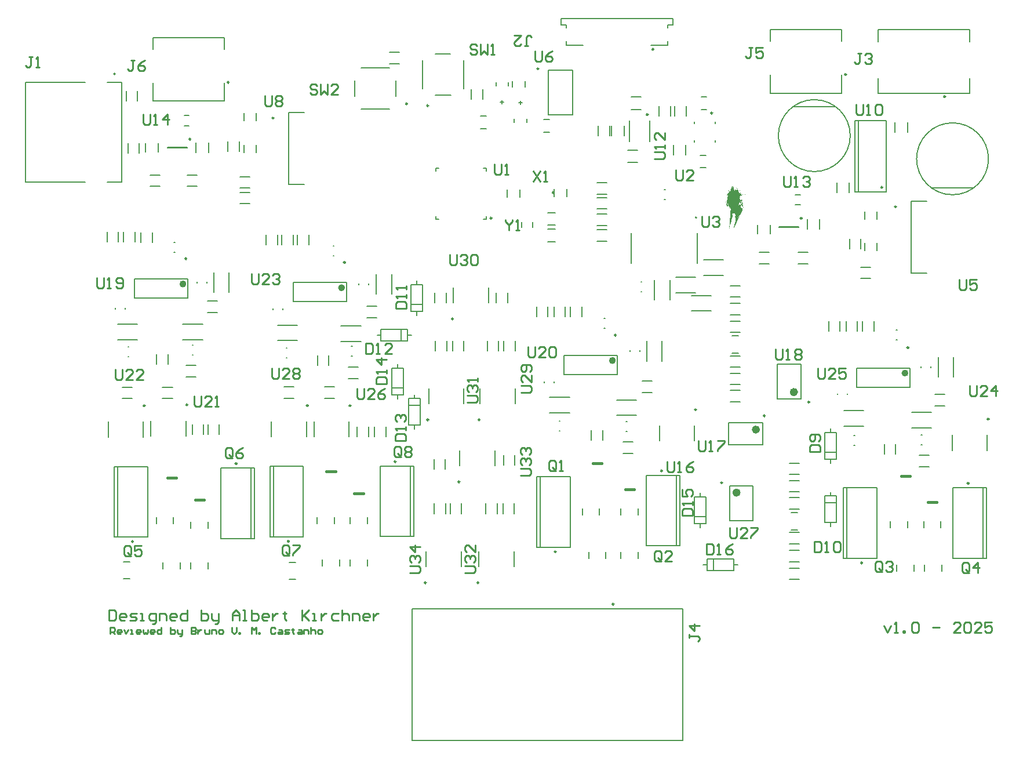
<source format=gbr>
%TF.GenerationSoftware,Altium Limited,Altium Designer,25.3.3 (18)*%
G04 Layer_Color=65535*
%FSLAX45Y45*%
%MOMM*%
%TF.SameCoordinates,7852E7E1-4E30-4CDD-8EF1-640B4E54786C*%
%TF.FilePolarity,Positive*%
%TF.FileFunction,Legend,Top*%
%TF.Part,Single*%
G01*
G75*
%TA.AperFunction,NonConductor*%
%ADD105C,0.25000*%
%ADD106C,0.20000*%
%ADD107C,0.50000*%
%ADD108C,0.60000*%
%ADD109C,0.15000*%
%ADD110C,0.12700*%
%ADD111C,0.40000*%
%ADD112C,0.25400*%
G36*
X13475661Y8732196D02*
X13469406D01*
Y8733760D01*
X13475661D01*
Y8732196D01*
D02*
G37*
G36*
X13483476Y8735323D02*
X13489731D01*
Y8733760D01*
X13494421D01*
Y8732196D01*
X13497549D01*
Y8730633D01*
X13500676D01*
Y8729069D01*
X13494421D01*
Y8730633D01*
X13486604D01*
Y8732196D01*
X13481914D01*
Y8735323D01*
X13480350D01*
Y8736887D01*
X13483476D01*
Y8735323D01*
D02*
G37*
G36*
X13538200Y8727506D02*
X13536636D01*
Y8729069D01*
X13538200D01*
Y8727506D01*
D02*
G37*
G36*
X13508493D02*
X13503802D01*
Y8729069D01*
X13508493D01*
Y8727506D01*
D02*
G37*
G36*
X13514748Y8725942D02*
X13513184D01*
Y8727506D01*
X13514748D01*
Y8725942D01*
D02*
G37*
G36*
X13536636D02*
X13538200D01*
Y8724379D01*
X13536636D01*
Y8725942D01*
X13535072D01*
Y8727506D01*
X13536636D01*
Y8725942D01*
D02*
G37*
G36*
X13522565Y8718125D02*
X13521002D01*
Y8719688D01*
X13522565D01*
Y8718125D01*
D02*
G37*
G36*
X13547581Y8716561D02*
X13546017D01*
Y8718125D01*
X13547581D01*
Y8716561D01*
D02*
G37*
G36*
X13488168D02*
X13486604D01*
Y8718125D01*
X13488168D01*
Y8716561D01*
D02*
G37*
G36*
X13430319Y8758776D02*
X13431882D01*
Y8757212D01*
X13433446D01*
Y8755649D01*
X13435008D01*
Y8750958D01*
X13438136D01*
Y8763466D01*
X13439700D01*
Y8758776D01*
X13441263D01*
Y8744704D01*
X13442827D01*
Y8746268D01*
X13444389D01*
Y8747831D01*
X13445953D01*
Y8736887D01*
X13444389D01*
Y8735323D01*
X13447517D01*
Y8738450D01*
X13449081D01*
Y8741577D01*
X13450644D01*
Y8749395D01*
X13452208D01*
Y8754085D01*
X13453770D01*
Y8755649D01*
X13455334D01*
Y8754085D01*
X13456898D01*
Y8750958D01*
X13458463D01*
Y8744704D01*
X13460025D01*
Y8741577D01*
X13461589D01*
Y8738450D01*
X13463152D01*
Y8735323D01*
X13464716D01*
Y8733760D01*
X13466280D01*
Y8732196D01*
X13467844D01*
Y8730633D01*
X13469406D01*
Y8727506D01*
X13470970D01*
Y8722815D01*
X13469406D01*
Y8719688D01*
X13467844D01*
Y8711871D01*
X13469406D01*
Y8714998D01*
X13470970D01*
Y8708744D01*
X13472533D01*
Y8707180D01*
X13474097D01*
Y8704053D01*
X13478787D01*
Y8702490D01*
X13480350D01*
Y8700926D01*
X13481914D01*
Y8705617D01*
X13483476D01*
Y8708744D01*
X13485040D01*
Y8704053D01*
X13488168D01*
Y8705617D01*
X13489731D01*
Y8697799D01*
X13488168D01*
Y8696236D01*
X13491295D01*
Y8699363D01*
X13492857D01*
Y8700926D01*
X13494421D01*
Y8702490D01*
X13495985D01*
Y8704053D01*
X13497549D01*
Y8705617D01*
X13500676D01*
Y8704053D01*
X13503802D01*
Y8702490D01*
X13502238D01*
Y8700926D01*
D01*
D01*
X13505367D01*
Y8704053D01*
X13503802D01*
Y8705617D01*
X13506931D01*
Y8702490D01*
X13508493D01*
Y8700926D01*
X13510057D01*
Y8702490D01*
X13513184D01*
Y8704053D01*
X13514748D01*
Y8702490D01*
X13516312D01*
Y8700926D01*
X13517876D01*
Y8699363D01*
X13516312D01*
Y8697799D01*
X13514748D01*
Y8694672D01*
X13516312D01*
Y8696236D01*
X13519438D01*
Y8694672D01*
X13517876D01*
Y8691545D01*
X13519438D01*
Y8693109D01*
X13521002D01*
Y8696236D01*
X13527255D01*
Y8694672D01*
X13524129D01*
Y8693109D01*
X13522565D01*
Y8691545D01*
X13525693D01*
Y8689982D01*
X13527255D01*
Y8693109D01*
X13528819D01*
Y8691545D01*
X13530383D01*
Y8688418D01*
X13528819D01*
Y8686855D01*
X13531946D01*
Y8683728D01*
X13535072D01*
Y8685291D01*
X13536636D01*
Y8683728D01*
X13538200D01*
Y8685291D01*
X13539764D01*
Y8683728D01*
X13541327D01*
Y8680601D01*
X13539764D01*
Y8679037D01*
X13538200D01*
Y8675910D01*
X13536636D01*
Y8677474D01*
X13535072D01*
Y8674347D01*
X13536636D01*
Y8671220D01*
X13538200D01*
Y8672783D01*
X13542891D01*
Y8674347D01*
X13547581D01*
Y8672783D01*
X13544453D01*
Y8668093D01*
X13542891D01*
Y8664966D01*
X13541327D01*
Y8661839D01*
X13542891D01*
Y8655585D01*
X13544453D01*
Y8650894D01*
X13546017D01*
Y8657148D01*
X13547581D01*
Y8660275D01*
X13549146D01*
Y8652458D01*
X13550708D01*
Y8657148D01*
X13552272D01*
Y8655585D01*
X13553835D01*
Y8654021D01*
X13555399D01*
Y8652458D01*
X13556963D01*
Y8650894D01*
X13560089D01*
Y8652458D01*
X13561653D01*
Y8646204D01*
X13563216D01*
Y8649331D01*
X13567908D01*
Y8647767D01*
X13569470D01*
Y8649331D01*
X13571034D01*
Y8644640D01*
X13574161D01*
Y8635259D01*
X13575723D01*
Y8632132D01*
X13577287D01*
Y8636823D01*
X13575723D01*
Y8638386D01*
X13577287D01*
Y8643077D01*
X13575723D01*
Y8644640D01*
X13574161D01*
Y8649331D01*
X13575723D01*
Y8650894D01*
X13574161D01*
Y8652458D01*
X13575723D01*
Y8654021D01*
X13574161D01*
Y8657148D01*
X13575723D01*
Y8661839D01*
X13577287D01*
Y8657148D01*
X13578851D01*
Y8652458D01*
X13580415D01*
Y8650894D01*
X13581978D01*
Y8647767D01*
X13583542D01*
Y8646204D01*
X13581978D01*
Y8647767D01*
X13580415D01*
Y8638386D01*
X13583542D01*
Y8633696D01*
X13581978D01*
Y8636823D01*
X13580415D01*
Y8633696D01*
X13581978D01*
Y8630569D01*
X13583542D01*
Y8621188D01*
X13581978D01*
Y8616497D01*
X13580415D01*
Y8618061D01*
X13578851D01*
Y8619624D01*
X13577287D01*
Y8622751D01*
X13575723D01*
Y8621188D01*
X13572597D01*
Y8622751D01*
X13569470D01*
Y8624315D01*
X13567908D01*
Y8622751D01*
X13569470D01*
Y8621188D01*
X13572597D01*
Y8619624D01*
Y8618061D01*
X13571034D01*
Y8619624D01*
X13567908D01*
Y8622751D01*
X13566344D01*
Y8624315D01*
X13564780D01*
Y8625878D01*
X13563216D01*
Y8629005D01*
X13561653D01*
Y8632132D01*
X13560089D01*
Y8636823D01*
X13558527D01*
Y8638386D01*
X13556963D01*
Y8635259D01*
X13558527D01*
Y8630569D01*
X13560089D01*
Y8629005D01*
X13558527D01*
Y8630569D01*
X13556963D01*
Y8632132D01*
X13555399D01*
Y8636823D01*
X13550708D01*
Y8635259D01*
X13553835D01*
Y8633696D01*
X13552272D01*
Y8632132D01*
X13553835D01*
Y8629005D01*
X13555399D01*
Y8627442D01*
X13556963D01*
Y8625878D01*
X13560089D01*
Y8624315D01*
X13561653D01*
Y8622751D01*
X13564780D01*
Y8621188D01*
X13566344D01*
Y8619624D01*
X13567908D01*
Y8618061D01*
X13569470D01*
Y8616497D01*
X13567908D01*
Y8618061D01*
X13566344D01*
Y8616497D01*
X13567908D01*
Y8613370D01*
X13566344D01*
Y8611807D01*
X13567908D01*
Y8608680D01*
X13569470D01*
Y8607116D01*
Y8605553D01*
X13567908D01*
Y8607116D01*
X13566344D01*
Y8608680D01*
X13564780D01*
Y8610243D01*
X13566344D01*
Y8611807D01*
X13563216D01*
Y8614934D01*
X13561653D01*
Y8616497D01*
X13560089D01*
Y8618061D01*
X13556963D01*
Y8614934D01*
X13558527D01*
Y8613370D01*
X13561653D01*
Y8611807D01*
X13560089D01*
Y8610243D01*
X13561653D01*
Y8608680D01*
X13560089D01*
Y8610243D01*
X13558527D01*
Y8608680D01*
X13556963D01*
Y8607116D01*
X13560089D01*
Y8605553D01*
X13552272D01*
Y8602426D01*
X13555399D01*
Y8600862D01*
X13556963D01*
Y8599299D01*
X13558527D01*
Y8589918D01*
X13560089D01*
Y8585227D01*
X13558527D01*
Y8586791D01*
X13556963D01*
Y8585227D01*
X13555399D01*
Y8583664D01*
X13553835D01*
Y8582100D01*
X13555399D01*
Y8580537D01*
X13553835D01*
Y8582100D01*
X13552272D01*
Y8580537D01*
X13550708D01*
Y8577410D01*
X13549146D01*
Y8575846D01*
X13550708D01*
Y8574283D01*
X13553835D01*
Y8572719D01*
X13550708D01*
Y8571156D01*
X13552272D01*
Y8569592D01*
X13556963D01*
Y8566465D01*
X13558527D01*
Y8564902D01*
X13556963D01*
Y8563338D01*
X13558527D01*
Y8560211D01*
X13560089D01*
Y8555521D01*
X13561653D01*
Y8550830D01*
X13563216D01*
Y8555521D01*
X13564780D01*
Y8553957D01*
X13566344D01*
Y8557084D01*
X13567908D01*
Y8558648D01*
X13569470D01*
Y8561775D01*
X13571034D01*
Y8563338D01*
X13574161D01*
Y8564902D01*
X13578851D01*
Y8563338D01*
X13575723D01*
Y8560211D01*
X13571034D01*
Y8558648D01*
X13572597D01*
Y8555521D01*
X13571034D01*
Y8553957D01*
X13572597D01*
Y8552394D01*
X13571034D01*
Y8553957D01*
X13567908D01*
Y8549267D01*
X13566344D01*
Y8547704D01*
X13564780D01*
Y8546140D01*
X13566344D01*
Y8544577D01*
X13567908D01*
Y8547704D01*
X13569470D01*
Y8549267D01*
X13571034D01*
Y8547704D01*
X13572597D01*
Y8550830D01*
X13577287D01*
Y8555521D01*
X13578851D01*
Y8558648D01*
X13580415D01*
Y8561775D01*
X13581978D01*
Y8563338D01*
X13585104D01*
Y8560211D01*
X13583542D01*
Y8552394D01*
X13581978D01*
Y8547704D01*
X13583542D01*
Y8549267D01*
X13585104D01*
Y8550830D01*
X13586668D01*
Y8553957D01*
X13589796D01*
Y8555521D01*
X13594485D01*
Y8557084D01*
X13597614D01*
Y8558648D01*
X13599178D01*
Y8553957D01*
X13600740D01*
Y8552394D01*
X13602304D01*
Y8550830D01*
X13599178D01*
Y8552394D01*
X13596049D01*
Y8550830D01*
X13594485D01*
Y8553957D01*
X13592923D01*
Y8552394D01*
X13591359D01*
Y8547704D01*
X13589796D01*
Y8544577D01*
X13588232D01*
Y8543013D01*
X13585104D01*
Y8541450D01*
X13583542D01*
Y8538323D01*
X13585104D01*
Y8536759D01*
X13583542D01*
Y8538323D01*
X13581978D01*
Y8536759D01*
X13583542D01*
Y8533632D01*
X13580415D01*
Y8532069D01*
X13578851D01*
Y8528942D01*
X13577287D01*
Y8525815D01*
X13578851D01*
Y8524251D01*
D01*
D01*
X13580415D01*
Y8521124D01*
X13578851D01*
Y8517997D01*
X13577287D01*
Y8516434D01*
X13578851D01*
Y8514870D01*
Y8513307D01*
Y8511743D01*
X13577287D01*
Y8516434D01*
X13575723D01*
Y8513307D01*
X13572597D01*
Y8508616D01*
X13569470D01*
Y8507053D01*
X13567908D01*
Y8505489D01*
X13566344D01*
Y8503926D01*
X13564780D01*
Y8500799D01*
X13563216D01*
Y8499235D01*
X13561653D01*
Y8505489D01*
X13563216D01*
Y8513307D01*
X13561653D01*
Y8511743D01*
X13560089D01*
Y8508616D01*
X13556963D01*
Y8511743D01*
X13555399D01*
Y8510180D01*
X13553835D01*
Y8513307D01*
X13552272D01*
Y8511743D01*
X13550708D01*
Y8510180D01*
X13547581D01*
Y8508616D01*
X13546017D01*
Y8500799D01*
X13544453D01*
Y8497672D01*
X13546017D01*
Y8496108D01*
X13544453D01*
Y8492981D01*
X13542891D01*
Y8494544D01*
X13541327D01*
Y8492981D01*
X13539764D01*
Y8488290D01*
X13541327D01*
Y8489854D01*
X13542891D01*
Y8485163D01*
X13541327D01*
Y8482036D01*
X13542891D01*
Y8483600D01*
X13544453D01*
Y8480473D01*
X13546017D01*
Y8483600D01*
X13547581D01*
Y8482036D01*
X13549146D01*
Y8485163D01*
X13553835D01*
Y8486727D01*
X13555399D01*
Y8488290D01*
X13558527D01*
Y8489854D01*
X13560089D01*
Y8492981D01*
X13561653D01*
Y8491417D01*
X13563216D01*
Y8489854D01*
X13566344D01*
Y8492981D01*
X13569470D01*
Y8489854D01*
X13571034D01*
Y8486727D01*
X13574161D01*
Y8483600D01*
X13575723D01*
Y8482036D01*
X13578851D01*
Y8480473D01*
X13580415D01*
Y8485163D01*
X13578851D01*
Y8486727D01*
X13577287D01*
Y8488290D01*
X13575723D01*
Y8486727D01*
X13577287D01*
Y8485163D01*
X13578851D01*
Y8483600D01*
X13575723D01*
Y8486727D01*
X13574161D01*
Y8488290D01*
X13572597D01*
Y8489854D01*
X13571034D01*
Y8491417D01*
X13572597D01*
Y8492981D01*
X13571034D01*
Y8494544D01*
X13569470D01*
Y8496108D01*
X13567908D01*
Y8499235D01*
X13566344D01*
Y8500799D01*
X13567908D01*
Y8503926D01*
X13569470D01*
Y8502362D01*
X13571034D01*
Y8500799D01*
X13572597D01*
Y8499235D01*
X13575723D01*
Y8500799D01*
X13574161D01*
Y8502362D01*
X13575723D01*
Y8500799D01*
X13577287D01*
Y8503926D01*
X13575723D01*
Y8505489D01*
X13577287D01*
Y8503926D01*
X13578851D01*
Y8505489D01*
X13577287D01*
Y8508616D01*
X13578851D01*
Y8510180D01*
X13580415D01*
Y8507053D01*
X13583542D01*
Y8508616D01*
X13585104D01*
Y8510180D01*
X13581978D01*
Y8511743D01*
X13583542D01*
Y8513307D01*
X13585104D01*
Y8510180D01*
X13586668D01*
Y8511743D01*
X13589796D01*
Y8510180D01*
X13588232D01*
Y8508616D01*
X13591359D01*
Y8511743D01*
X13589796D01*
Y8513307D01*
Y8514870D01*
X13591359D01*
Y8511743D01*
X13592923D01*
Y8508616D01*
X13594485D01*
Y8505489D01*
X13592923D01*
Y8503926D01*
X13591359D01*
Y8499235D01*
X13592923D01*
Y8500799D01*
X13594485D01*
Y8503926D01*
X13597614D01*
Y8500799D01*
X13599178D01*
Y8499235D01*
X13597614D01*
Y8500799D01*
X13596049D01*
Y8499235D01*
X13594485D01*
Y8497672D01*
X13592923D01*
Y8496108D01*
X13591359D01*
Y8494544D01*
X13594485D01*
Y8492981D01*
X13596049D01*
Y8491417D01*
X13594485D01*
Y8488290D01*
X13592923D01*
Y8486727D01*
X13591359D01*
Y8485163D01*
X13594485D01*
Y8486727D01*
X13596049D01*
Y8485163D01*
X13599178D01*
Y8483600D01*
X13600740D01*
Y8482036D01*
X13599178D01*
Y8483600D01*
X13597614D01*
Y8482036D01*
X13599178D01*
Y8478909D01*
X13603867D01*
Y8477346D01*
X13605431D01*
Y8472655D01*
X13600740D01*
Y8471092D01*
X13597614D01*
Y8469528D01*
X13596049D01*
Y8467965D01*
X13597614D01*
Y8466401D01*
X13599178D01*
Y8467965D01*
X13600740D01*
Y8469528D01*
X13603867D01*
Y8467965D01*
X13606995D01*
Y8466401D01*
X13603867D01*
Y8467965D01*
X13602304D01*
Y8466401D01*
X13600740D01*
Y8464838D01*
X13599178D01*
Y8461711D01*
X13600740D01*
Y8458584D01*
X13599178D01*
Y8461711D01*
X13596049D01*
Y8463274D01*
X13597614D01*
Y8464838D01*
X13592923D01*
Y8463274D01*
X13591359D01*
Y8464838D01*
X13589796D01*
Y8463274D01*
X13591359D01*
Y8461711D01*
X13589796D01*
Y8460147D01*
X13592923D01*
Y8458584D01*
X13591359D01*
Y8457020D01*
X13589796D01*
Y8460147D01*
X13583542D01*
Y8464838D01*
X13581978D01*
Y8467965D01*
X13583542D01*
Y8466401D01*
X13588232D01*
Y8467965D01*
X13586668D01*
Y8469528D01*
X13583542D01*
Y8471092D01*
X13585104D01*
Y8472655D01*
X13586668D01*
Y8474219D01*
X13585104D01*
Y8475782D01*
X13583542D01*
Y8477346D01*
X13581978D01*
Y8475782D01*
X13580415D01*
Y8474219D01*
X13578851D01*
Y8477346D01*
X13577287D01*
Y8480473D01*
X13575723D01*
Y8478909D01*
X13574161D01*
Y8477346D01*
X13577287D01*
Y8474219D01*
X13578851D01*
Y8472655D01*
X13577287D01*
Y8474219D01*
X13575723D01*
Y8471092D01*
X13574161D01*
Y8469528D01*
X13572597D01*
Y8461711D01*
X13571034D01*
Y8460147D01*
X13572597D01*
Y8452330D01*
X13574161D01*
Y8450766D01*
X13571034D01*
Y8449203D01*
X13572597D01*
Y8447639D01*
X13571034D01*
Y8446076D01*
X13572597D01*
Y8442949D01*
X13571034D01*
Y8441385D01*
X13574161D01*
Y8442949D01*
X13575723D01*
Y8438258D01*
X13580415D01*
Y8436695D01*
X13585104D01*
Y8438258D01*
X13588232D01*
Y8436695D01*
X13589796D01*
Y8438258D01*
X13591359D01*
Y8439822D01*
X13594485D01*
Y8441385D01*
X13596049D01*
Y8439822D01*
X13597614D01*
Y8438258D01*
X13599178D01*
Y8436695D01*
X13597614D01*
Y8435131D01*
X13599178D01*
Y8433568D01*
X13597614D01*
Y8435131D01*
X13596049D01*
Y8433568D01*
X13592923D01*
Y8432004D01*
X13594485D01*
Y8430441D01*
X13596049D01*
Y8428877D01*
X13592923D01*
Y8427314D01*
X13591359D01*
Y8424187D01*
X13592923D01*
Y8419496D01*
X13591359D01*
Y8417933D01*
X13594485D01*
Y8416370D01*
X13596049D01*
Y8411679D01*
X13597614D01*
Y8408552D01*
X13596049D01*
Y8402298D01*
X13594485D01*
Y8399171D01*
X13592923D01*
Y8396044D01*
X13591359D01*
Y8392917D01*
X13589796D01*
Y8389790D01*
X13588232D01*
Y8386663D01*
X13586668D01*
Y8383536D01*
X13585104D01*
Y8381973D01*
X13583542D01*
Y8378846D01*
X13581978D01*
Y8375719D01*
X13580415D01*
Y8372592D01*
X13578851D01*
Y8371028D01*
X13577287D01*
Y8367901D01*
X13575723D01*
Y8364774D01*
X13574161D01*
Y8363211D01*
X13572597D01*
Y8360084D01*
X13571034D01*
Y8356957D01*
X13569470D01*
Y8353830D01*
X13567908D01*
Y8350703D01*
X13566344D01*
Y8347576D01*
X13564780D01*
Y8342885D01*
X13563216D01*
Y8339758D01*
X13561653D01*
Y8338195D01*
X13560089D01*
Y8335068D01*
X13558527D01*
Y8333504D01*
X13556963D01*
Y8331941D01*
X13555399D01*
Y8330377D01*
X13553835D01*
Y8328814D01*
X13550708D01*
Y8327250D01*
X13549146D01*
Y8325687D01*
X13547581D01*
Y8322560D01*
X13544453D01*
Y8319433D01*
X13546017D01*
Y8317869D01*
X13547581D01*
Y8319433D01*
X13549146D01*
Y8320996D01*
X13550708D01*
Y8322560D01*
X13552272D01*
Y8325687D01*
X13553835D01*
Y8327250D01*
X13555399D01*
Y8324123D01*
X13553835D01*
Y8320996D01*
X13552272D01*
Y8317869D01*
X13550708D01*
Y8313179D01*
X13549146D01*
Y8310052D01*
X13547581D01*
Y8306925D01*
X13546017D01*
Y8303798D01*
X13544453D01*
Y8300671D01*
X13542891D01*
Y8297544D01*
X13541327D01*
Y8294417D01*
X13539764D01*
Y8291290D01*
X13538200D01*
Y8288162D01*
X13536636D01*
Y8285035D01*
X13535072D01*
Y8281909D01*
X13533510D01*
Y8278782D01*
X13531946D01*
Y8275655D01*
X13530383D01*
Y8272528D01*
X13528819D01*
Y8269401D01*
X13527255D01*
Y8266274D01*
X13525693D01*
Y8261583D01*
X13524129D01*
Y8258456D01*
X13522565D01*
Y8255329D01*
X13521002D01*
Y8252202D01*
X13519438D01*
Y8249075D01*
X13517876D01*
Y8245948D01*
X13516312D01*
Y8242821D01*
X13514748D01*
Y8239694D01*
X13513184D01*
Y8235004D01*
X13511620D01*
Y8231877D01*
X13510057D01*
Y8227186D01*
X13508493D01*
Y8224059D01*
X13506931D01*
Y8220932D01*
X13505367D01*
Y8217805D01*
X13503802D01*
Y8214678D01*
X13502238D01*
Y8211551D01*
X13500676D01*
Y8206861D01*
X13499112D01*
Y8203734D01*
X13497549D01*
Y8200607D01*
X13495985D01*
Y8197480D01*
X13494421D01*
Y8194353D01*
X13492857D01*
Y8191226D01*
X13491295D01*
Y8188099D01*
X13489731D01*
Y8184972D01*
X13488168D01*
Y8181845D01*
X13486604D01*
Y8178718D01*
X13485040D01*
Y8175591D01*
X13483476D01*
Y8172464D01*
X13481914D01*
Y8169337D01*
X13480350D01*
Y8166210D01*
X13478787D01*
Y8163083D01*
X13477223D01*
Y8159956D01*
X13475661D01*
Y8156829D01*
X13474097D01*
Y8153702D01*
X13472533D01*
Y8150575D01*
X13470970D01*
Y8147448D01*
X13469406D01*
Y8156829D01*
X13470970D01*
Y8158392D01*
X13469406D01*
Y8159956D01*
X13470970D01*
Y8172464D01*
X13472533D01*
Y8180281D01*
X13474097D01*
Y8186535D01*
X13475661D01*
Y8191226D01*
X13477223D01*
Y8197480D01*
X13478787D01*
Y8205297D01*
X13480350D01*
Y8211551D01*
X13481914D01*
Y8217805D01*
X13483476D01*
Y8224059D01*
X13485040D01*
Y8231877D01*
X13486604D01*
Y8236567D01*
X13488168D01*
Y8242821D01*
X13489731D01*
Y8250639D01*
X13491295D01*
Y8258456D01*
X13489731D01*
Y8266274D01*
X13491295D01*
Y8270964D01*
X13492857D01*
Y8281909D01*
X13491295D01*
Y8283472D01*
X13492857D01*
Y8286599D01*
X13491295D01*
Y8291290D01*
X13489731D01*
Y8297544D01*
X13488168D01*
Y8300671D01*
X13486604D01*
Y8313179D01*
X13481914D01*
Y8314742D01*
X13486604D01*
Y8316306D01*
X13488168D01*
Y8317869D01*
X13489731D01*
Y8320996D01*
X13492857D01*
Y8324123D01*
X13491295D01*
Y8327250D01*
X13488168D01*
Y8328814D01*
X13489731D01*
Y8335068D01*
X13488168D01*
Y8341322D01*
X13489731D01*
Y8342885D01*
X13488168D01*
Y8344449D01*
X13486604D01*
Y8349139D01*
X13485040D01*
Y8352266D01*
X13483476D01*
Y8355393D01*
X13481914D01*
Y8356957D01*
X13480350D01*
Y8358520D01*
X13478787D01*
Y8355393D01*
X13477223D01*
Y8360084D01*
X13469406D01*
Y8361647D01*
X13466280D01*
Y8360084D01*
X13469406D01*
Y8358520D01*
X13472533D01*
Y8356957D01*
X13469406D01*
Y8358520D01*
X13466280D01*
Y8360084D01*
X13455334D01*
Y8358520D01*
X13453770D01*
Y8356957D01*
X13450644D01*
Y8355393D01*
X13449081D01*
Y8353830D01*
X13447517D01*
Y8352266D01*
X13445953D01*
Y8350703D01*
X13444389D01*
Y8349139D01*
X13442827D01*
Y8346012D01*
X13441263D01*
Y8344449D01*
X13442827D01*
Y8342885D01*
X13445953D01*
Y8341322D01*
X13449081D01*
Y8339758D01*
X13452208D01*
Y8325687D01*
X13450644D01*
Y8316306D01*
X13449081D01*
Y8314742D01*
X13447517D01*
Y8306925D01*
X13445953D01*
Y8305361D01*
X13447517D01*
Y8302234D01*
X13445953D01*
Y8300671D01*
X13444389D01*
Y8294417D01*
X13442827D01*
Y8292853D01*
X13441263D01*
Y8289726D01*
X13442827D01*
Y8288162D01*
X13441263D01*
Y8285035D01*
X13439700D01*
Y8280345D01*
X13438136D01*
Y8277218D01*
X13436572D01*
Y8270964D01*
X13435008D01*
Y8269401D01*
X13433446D01*
Y8261583D01*
X13431882D01*
Y8260020D01*
X13430319D01*
Y8258456D01*
X13431882D01*
Y8253766D01*
X13430319D01*
Y8252202D01*
X13428755D01*
Y8249075D01*
X13430319D01*
Y8245948D01*
X13428755D01*
Y8236567D01*
X13427193D01*
Y8228750D01*
X13425629D01*
Y8222496D01*
X13424065D01*
Y8220932D01*
X13422501D01*
Y8213115D01*
X13420938D01*
Y8211551D01*
X13419374D01*
Y8205297D01*
X13417812D01*
Y8199043D01*
X13416248D01*
Y8197480D01*
X13414684D01*
Y8191226D01*
X13413120D01*
Y8189662D01*
X13411557D01*
Y8183408D01*
X13409993D01*
Y8180281D01*
X13408430D01*
Y8178718D01*
X13409993D01*
Y8175591D01*
X13408430D01*
Y8172464D01*
X13406866D01*
Y8164646D01*
X13405302D01*
Y8155265D01*
X13402176D01*
Y8178718D01*
X13403738D01*
Y8205297D01*
X13405302D01*
Y8233440D01*
X13406866D01*
Y8250639D01*
X13408430D01*
Y8266274D01*
X13409993D01*
Y8278782D01*
X13411557D01*
Y8288162D01*
X13413120D01*
Y8300671D01*
X13414684D01*
Y8369465D01*
X13416248D01*
Y8371028D01*
X13414684D01*
Y8372592D01*
X13416248D01*
Y8394481D01*
X13417812D01*
Y8399171D01*
X13419374D01*
Y8402298D01*
X13420938D01*
Y8403862D01*
X13422501D01*
Y8411679D01*
X13420938D01*
Y8427314D01*
X13419374D01*
Y8435131D01*
X13417812D01*
Y8436695D01*
X13416248D01*
Y8439822D01*
X13413120D01*
Y8441385D01*
X13409993D01*
Y8439822D01*
X13408430D01*
Y8441385D01*
X13406866D01*
Y8446076D01*
X13405302D01*
Y8447639D01*
X13403738D01*
Y8449203D01*
X13402176D01*
Y8452330D01*
X13400612D01*
Y8453893D01*
X13399049D01*
Y8455457D01*
X13397485D01*
Y8458584D01*
X13395921D01*
Y8460147D01*
X13394357D01*
Y8461711D01*
X13392795D01*
Y8466401D01*
X13391231D01*
Y8471092D01*
X13389668D01*
Y8475782D01*
X13384978D01*
Y8474219D01*
X13383414D01*
Y8472655D01*
X13384978D01*
Y8471092D01*
X13383414D01*
Y8472655D01*
X13377161D01*
Y8474219D01*
X13375597D01*
Y8475782D01*
X13372469D01*
Y8477346D01*
X13370906D01*
Y8475782D01*
X13372469D01*
Y8472655D01*
X13375597D01*
Y8471092D01*
X13380287D01*
Y8467965D01*
X13381850D01*
Y8464838D01*
X13377161D01*
Y8463274D01*
X13372469D01*
Y8464838D01*
X13369342D01*
Y8469528D01*
X13364651D01*
Y8471092D01*
X13367780D01*
Y8472655D01*
X13366216D01*
Y8478909D01*
X13364651D01*
Y8488290D01*
X13356834D01*
Y8486727D01*
X13353706D01*
Y8488290D01*
X13355270D01*
Y8489854D01*
X13356834D01*
Y8491417D01*
X13358398D01*
Y8492981D01*
X13359961D01*
Y8494544D01*
X13361525D01*
Y8496108D01*
X13359961D01*
Y8497672D01*
X13361525D01*
Y8499235D01*
X13359961D01*
Y8502362D01*
X13361525D01*
Y8505489D01*
X13363087D01*
Y8513307D01*
X13361525D01*
Y8511743D01*
X13359961D01*
Y8516434D01*
X13363087D01*
Y8517997D01*
X13361525D01*
Y8519561D01*
X13363087D01*
Y8517997D01*
X13364651D01*
Y8521124D01*
X13366216D01*
Y8522688D01*
X13367780D01*
Y8525815D01*
X13369342D01*
Y8532069D01*
X13367780D01*
Y8527378D01*
X13366216D01*
Y8535196D01*
X13364651D01*
Y8536759D01*
X13363087D01*
Y8539886D01*
X13364651D01*
Y8536759D01*
X13366216D01*
Y8535196D01*
X13367780D01*
Y8538323D01*
X13366216D01*
Y8539886D01*
X13364651D01*
Y8541450D01*
X13366216D01*
Y8539886D01*
X13367780D01*
Y8544577D01*
X13369342D01*
Y8547704D01*
X13367780D01*
Y8549267D01*
X13369342D01*
Y8550830D01*
X13370906D01*
Y8552394D01*
X13374033D01*
Y8558648D01*
X13375597D01*
Y8566465D01*
X13374033D01*
Y8569592D01*
X13372469D01*
Y8572719D01*
X13370906D01*
Y8588354D01*
X13372469D01*
Y8597735D01*
X13374033D01*
Y8602426D01*
X13375597D01*
Y8603989D01*
X13377161D01*
Y8605553D01*
X13380287D01*
Y8608680D01*
X13381850D01*
Y8610243D01*
X13380287D01*
Y8611807D01*
X13381850D01*
Y8610243D01*
X13383414D01*
Y8608680D01*
X13384978D01*
Y8611807D01*
X13383414D01*
Y8613370D01*
X13381850D01*
Y8616497D01*
X13383414D01*
Y8619624D01*
X13381850D01*
Y8618061D01*
X13378723D01*
Y8619624D01*
X13377161D01*
Y8621188D01*
X13375597D01*
Y8622751D01*
X13377161D01*
Y8624315D01*
X13375597D01*
Y8625878D01*
X13369342D01*
Y8629005D01*
X13367780D01*
Y8632132D01*
X13369342D01*
Y8630569D01*
X13370906D01*
Y8629005D01*
X13372469D01*
Y8630569D01*
X13370906D01*
Y8633696D01*
X13372469D01*
Y8635259D01*
X13370906D01*
Y8636823D01*
X13372469D01*
Y8635259D01*
X13374033D01*
Y8636823D01*
X13372469D01*
Y8638386D01*
Y8639950D01*
X13374033D01*
Y8636823D01*
X13375597D01*
Y8633696D01*
X13374033D01*
Y8632132D01*
X13375597D01*
Y8630569D01*
X13378723D01*
Y8627442D01*
X13380287D01*
Y8630569D01*
X13378723D01*
Y8632132D01*
X13377161D01*
Y8644640D01*
X13380287D01*
Y8646204D01*
X13383414D01*
Y8644640D01*
X13384978D01*
Y8649331D01*
X13383414D01*
Y8652458D01*
X13384978D01*
Y8655585D01*
X13383414D01*
Y8658712D01*
X13384978D01*
Y8660275D01*
X13386542D01*
Y8661839D01*
X13388104D01*
Y8663402D01*
X13391231D01*
Y8664966D01*
X13392795D01*
Y8668093D01*
X13395921D01*
Y8672783D01*
X13397485D01*
Y8677474D01*
X13395921D01*
Y8679037D01*
Y8680601D01*
X13394357D01*
Y8686855D01*
X13392795D01*
Y8694672D01*
X13399049D01*
Y8693109D01*
X13397485D01*
Y8691545D01*
X13399049D01*
Y8688418D01*
X13397485D01*
Y8685291D01*
X13400612D01*
Y8683728D01*
X13403738D01*
Y8682164D01*
X13405302D01*
Y8685291D01*
X13406866D01*
Y8689982D01*
X13408430D01*
Y8677474D01*
X13405302D01*
Y8674347D01*
X13403738D01*
Y8672783D01*
X13406866D01*
Y8674347D01*
X13408430D01*
Y8675910D01*
X13409993D01*
Y8680601D01*
X13411557D01*
Y8683728D01*
X13414684D01*
Y8685291D01*
X13417812D01*
Y8691545D01*
X13413120D01*
Y8694672D01*
X13411557D01*
Y8696236D01*
X13413120D01*
Y8694672D01*
X13417812D01*
Y8691545D01*
X13420938D01*
Y8694672D01*
X13419374D01*
Y8704053D01*
X13420938D01*
Y8708744D01*
X13422501D01*
Y8711871D01*
X13424065D01*
Y8714998D01*
X13425629D01*
Y8716561D01*
X13424065D01*
Y8718125D01*
X13425629D01*
Y8716561D01*
X13427193D01*
Y8718125D01*
X13425629D01*
Y8719688D01*
X13428755D01*
Y8727506D01*
X13430319D01*
Y8758776D01*
X13428755D01*
Y8765030D01*
X13430319D01*
Y8758776D01*
D02*
G37*
G36*
X13474097Y8714998D02*
X13472533D01*
Y8716561D01*
X13474097D01*
Y8714998D01*
D02*
G37*
G36*
X13535072Y8708744D02*
X13533510D01*
Y8710307D01*
X13535072D01*
Y8708744D01*
D02*
G37*
G36*
X13480350Y8705617D02*
X13478787D01*
Y8707180D01*
X13480350D01*
Y8705617D01*
D02*
G37*
G36*
X13506931Y8711871D02*
X13513184D01*
Y8710307D01*
X13514748D01*
Y8711871D01*
X13516312D01*
Y8710307D01*
X13524129D01*
Y8711871D01*
X13527255D01*
Y8708744D01*
X13530383D01*
Y8707180D01*
X13525693D01*
Y8705617D01*
X13524129D01*
Y8704053D01*
X13522565D01*
Y8702490D01*
X13521002D01*
Y8705617D01*
X13522565D01*
Y8707180D01*
X13513184D01*
Y8708744D01*
X13511620D01*
Y8710307D01*
X13506931D01*
Y8711871D01*
X13503802D01*
Y8713434D01*
X13506931D01*
Y8711871D01*
D02*
G37*
G36*
X13575723Y8700926D02*
X13574161D01*
Y8702490D01*
X13575723D01*
Y8700926D01*
D02*
G37*
G36*
X13524129Y8697799D02*
X13522565D01*
Y8699363D01*
X13524129D01*
Y8697799D01*
D02*
G37*
G36*
X13558527Y8696236D02*
X13556963D01*
Y8697799D01*
X13558527D01*
Y8696236D01*
D02*
G37*
G36*
X13397485D02*
X13395921D01*
Y8697799D01*
X13397485D01*
Y8696236D01*
D02*
G37*
G36*
X13588232Y8694672D02*
X13586668D01*
Y8696236D01*
X13588232D01*
Y8694672D01*
D02*
G37*
G36*
X13408430D02*
X13406866D01*
Y8696236D01*
X13408430D01*
Y8694672D01*
D02*
G37*
G36*
X13553835Y8696236D02*
X13556963D01*
Y8694672D01*
X13558527D01*
Y8693109D01*
X13553835D01*
Y8696236D01*
X13550708D01*
Y8697799D01*
X13553835D01*
Y8696236D01*
D02*
G37*
G36*
X13530383D02*
X13531946D01*
Y8693109D01*
X13528819D01*
Y8694672D01*
X13530383D01*
Y8696236D01*
X13528819D01*
Y8699363D01*
X13530383D01*
Y8696236D01*
D02*
G37*
G36*
X13585104Y8691545D02*
X13583542D01*
Y8693109D01*
X13585104D01*
Y8691545D01*
D02*
G37*
G36*
X13583542Y8686855D02*
X13581978D01*
Y8688418D01*
X13583542D01*
Y8686855D01*
D02*
G37*
G36*
X13391231D02*
Y8685291D01*
X13389668D01*
Y8688418D01*
X13391231D01*
Y8686855D01*
D02*
G37*
G36*
X13614812Y8680601D02*
X13613248D01*
Y8682164D01*
X13614812D01*
Y8680601D01*
D02*
G37*
G36*
X13391231Y8679037D02*
X13388104D01*
Y8680601D01*
X13391231D01*
Y8679037D01*
D02*
G37*
G36*
X13580415Y8677474D02*
X13578851D01*
Y8679037D01*
X13580415D01*
Y8677474D01*
D02*
G37*
G36*
X13571034Y8675910D02*
X13569470D01*
Y8677474D01*
X13571034D01*
Y8675910D01*
D02*
G37*
G36*
X13560089D02*
X13558527D01*
Y8679037D01*
X13560089D01*
Y8675910D01*
D02*
G37*
G36*
X13583542Y8674347D02*
X13585104D01*
Y8672783D01*
X13583542D01*
Y8674347D01*
X13581978D01*
Y8675910D01*
X13583542D01*
Y8674347D01*
D02*
G37*
G36*
X13591359Y8671220D02*
X13589796D01*
Y8674347D01*
X13591359D01*
Y8671220D01*
D02*
G37*
G36*
X13567908Y8669656D02*
X13566344D01*
Y8671220D01*
X13567908D01*
Y8669656D01*
D02*
G37*
G36*
X13560089D02*
X13558527D01*
Y8671220D01*
X13560089D01*
Y8669656D01*
D02*
G37*
G36*
X13556963D02*
X13555399D01*
Y8671220D01*
X13556963D01*
Y8669656D01*
D02*
G37*
G36*
X13580415Y8668093D02*
X13578851D01*
Y8669656D01*
X13580415D01*
Y8668093D01*
D02*
G37*
G36*
X13566344D02*
X13564780D01*
Y8669656D01*
X13566344D01*
Y8668093D01*
D02*
G37*
G36*
X13549146D02*
X13547581D01*
Y8669656D01*
X13549146D01*
Y8668093D01*
D02*
G37*
G36*
X13575723Y8666529D02*
X13574161D01*
Y8668093D01*
X13575723D01*
Y8666529D01*
D02*
G37*
G36*
X13560089D02*
X13558527D01*
Y8668093D01*
X13560089D01*
Y8666529D01*
D02*
G37*
G36*
X13547581D02*
X13546017D01*
Y8668093D01*
X13547581D01*
Y8666529D01*
D02*
G37*
G36*
X13575723Y8663402D02*
X13574161D01*
Y8664966D01*
X13575723D01*
Y8663402D01*
D02*
G37*
G36*
X13546017D02*
X13544453D01*
Y8664966D01*
Y8666529D01*
X13546017D01*
Y8663402D01*
D02*
G37*
G36*
X13591359Y8661839D02*
X13589796D01*
Y8663402D01*
X13591359D01*
Y8661839D01*
D02*
G37*
G36*
X13572597Y8660275D02*
X13571034D01*
Y8661839D01*
X13572597D01*
Y8660275D01*
D02*
G37*
G36*
X13564780Y8664966D02*
X13566344D01*
Y8663402D01*
X13564780D01*
Y8660275D01*
X13563216D01*
Y8661839D01*
X13561653D01*
Y8664966D01*
X13563216D01*
Y8666529D01*
X13564780D01*
Y8664966D01*
D02*
G37*
G36*
X13581978Y8658712D02*
X13580415D01*
Y8660275D01*
X13581978D01*
Y8658712D01*
D02*
G37*
G36*
X13553835Y8657148D02*
X13552272D01*
Y8658712D01*
X13553835D01*
Y8657148D01*
D02*
G37*
G36*
X13569470Y8654021D02*
X13567908D01*
Y8655585D01*
X13569470D01*
Y8654021D01*
D02*
G37*
G36*
X13600740Y8652458D02*
X13599178D01*
Y8654021D01*
X13600740D01*
Y8652458D01*
D02*
G37*
G36*
X13597614D02*
X13596049D01*
Y8650894D01*
X13594485D01*
Y8652458D01*
Y8654021D01*
X13597614D01*
Y8652458D01*
D02*
G37*
G36*
X13599178Y8649331D02*
X13597614D01*
Y8650894D01*
X13599178D01*
Y8649331D01*
D02*
G37*
G36*
X13597614Y8647767D02*
X13599178D01*
Y8646204D01*
X13597614D01*
Y8647767D01*
X13596049D01*
Y8649331D01*
X13597614D01*
Y8647767D01*
D02*
G37*
G36*
X13596049Y8644640D02*
X13594485D01*
Y8646204D01*
X13596049D01*
Y8644640D01*
D02*
G37*
G36*
X13586668Y8643077D02*
X13585104D01*
Y8644640D01*
X13586668D01*
Y8643077D01*
D02*
G37*
G36*
X13372469Y8641513D02*
X13370906D01*
Y8643077D01*
X13372469D01*
Y8641513D01*
D02*
G37*
G36*
X13617938Y8639950D02*
X13616376D01*
Y8641513D01*
X13617938D01*
Y8639950D01*
D02*
G37*
G36*
X13614812D02*
X13613248D01*
Y8641513D01*
X13614812D01*
Y8639950D01*
D02*
G37*
G36*
X13611684D02*
X13610121D01*
Y8643077D01*
X13611684D01*
Y8639950D01*
D02*
G37*
G36*
X13635136Y8638386D02*
X13633572D01*
Y8639950D01*
X13635136D01*
Y8638386D01*
D02*
G37*
G36*
X13616376Y8636823D02*
X13619502D01*
Y8635259D01*
X13613248D01*
Y8636823D01*
X13610121D01*
Y8638386D01*
X13616376D01*
Y8636823D01*
D02*
G37*
G36*
X13597614Y8639950D02*
X13596049D01*
Y8635259D01*
X13592923D01*
Y8636823D01*
X13594485D01*
Y8641513D01*
X13596049D01*
Y8643077D01*
X13597614D01*
Y8639950D01*
D02*
G37*
G36*
X13632010Y8655585D02*
X13633572D01*
Y8654021D01*
X13636700D01*
Y8650894D01*
X13639827D01*
Y8647767D01*
X13641391D01*
Y8644640D01*
X13644518D01*
Y8638386D01*
X13646082D01*
Y8636823D01*
Y8635259D01*
X13647646D01*
Y8633696D01*
X13644518D01*
Y8635259D01*
X13642953D01*
Y8641513D01*
X13641391D01*
Y8644640D01*
X13639827D01*
Y8646204D01*
X13638264D01*
Y8647767D01*
Y8649331D01*
X13636700D01*
Y8650894D01*
X13635136D01*
Y8652458D01*
X13633572D01*
Y8654021D01*
X13632010D01*
Y8655585D01*
X13630446D01*
Y8657148D01*
X13632010D01*
Y8655585D01*
D02*
G37*
G36*
X13635136Y8633696D02*
X13633572D01*
Y8635259D01*
X13635136D01*
Y8633696D01*
D02*
G37*
G36*
X13628883Y8639950D02*
X13632010D01*
Y8633696D01*
X13628883D01*
Y8636823D01*
X13627319D01*
Y8638386D01*
Y8643077D01*
X13628883D01*
Y8639950D01*
D02*
G37*
G36*
X13627319Y8633696D02*
X13625755D01*
Y8635259D01*
X13627319D01*
Y8633696D01*
D02*
G37*
G36*
X13625755Y8632132D02*
X13624191D01*
Y8633696D01*
X13625755D01*
Y8632132D01*
D02*
G37*
G36*
X13621065D02*
X13619502D01*
Y8633696D01*
X13621065D01*
Y8632132D01*
D02*
G37*
G36*
X13596049D02*
X13594485D01*
Y8633696D01*
X13596049D01*
Y8632132D01*
D02*
G37*
G36*
X13632010Y8630569D02*
X13630446D01*
Y8632132D01*
X13632010D01*
Y8630569D01*
D02*
G37*
G36*
X13617938D02*
X13616376D01*
Y8629005D01*
X13614812D01*
Y8632132D01*
X13617938D01*
Y8630569D01*
D02*
G37*
G36*
X13630446Y8627442D02*
X13628883D01*
Y8630569D01*
X13630446D01*
Y8627442D01*
D02*
G37*
G36*
X13596049Y8629005D02*
Y8627442D01*
X13594485D01*
Y8630569D01*
X13596049D01*
Y8629005D01*
D02*
G37*
G36*
X13647646Y8624315D02*
X13646082D01*
Y8627442D01*
X13647646D01*
Y8624315D01*
D02*
G37*
G36*
X13639827D02*
X13638264D01*
Y8625878D01*
X13639827D01*
Y8624315D01*
D02*
G37*
G36*
X13599178Y8632132D02*
X13600740D01*
Y8627442D01*
Y8625878D01*
Y8624315D01*
X13599178D01*
Y8632132D01*
X13597614D01*
Y8636823D01*
X13599178D01*
Y8632132D01*
D02*
G37*
G36*
X13644518Y8630569D02*
X13646082D01*
Y8629005D01*
X13644518D01*
Y8627442D01*
X13642953D01*
Y8625878D01*
X13644518D01*
Y8622751D01*
X13642953D01*
Y8625878D01*
X13641391D01*
Y8629005D01*
X13642953D01*
Y8630569D01*
Y8632132D01*
X13644518D01*
Y8630569D01*
D02*
G37*
G36*
X13627319Y8622751D02*
X13625755D01*
Y8624315D01*
X13627319D01*
Y8622751D01*
D02*
G37*
G36*
X13603867D02*
X13602304D01*
Y8624315D01*
X13603867D01*
Y8622751D01*
D02*
G37*
G36*
X13663280D02*
Y8619624D01*
X13661716D01*
Y8624315D01*
X13663280D01*
Y8622751D01*
D02*
G37*
G36*
X13378723Y8616497D02*
Y8614934D01*
X13377161D01*
Y8616497D01*
X13375597D01*
Y8618061D01*
X13378723D01*
Y8616497D01*
D02*
G37*
G36*
Y8611807D02*
X13377161D01*
Y8613370D01*
X13378723D01*
Y8611807D01*
D02*
G37*
G36*
X13572597Y8605553D02*
X13571034D01*
Y8607116D01*
X13572597D01*
Y8605553D01*
D02*
G37*
G36*
X13622629Y8600862D02*
X13621065D01*
Y8602426D01*
X13622629D01*
Y8600862D01*
D02*
G37*
G36*
X13578851Y8597735D02*
X13577287D01*
Y8599299D01*
X13578851D01*
Y8597735D01*
D02*
G37*
G36*
X13563216Y8593045D02*
X13560089D01*
Y8594608D01*
X13563216D01*
Y8593045D01*
D02*
G37*
G36*
Y8585227D02*
X13561653D01*
Y8586791D01*
X13563216D01*
Y8585227D01*
D02*
G37*
G36*
X13577287Y8575846D02*
X13575723D01*
Y8578973D01*
X13577287D01*
Y8575846D01*
D02*
G37*
G36*
X13585104Y8574283D02*
X13583542D01*
Y8575846D01*
X13585104D01*
Y8574283D01*
D02*
G37*
G36*
X13571034D02*
X13569470D01*
Y8575846D01*
X13571034D01*
Y8574283D01*
D02*
G37*
G36*
X13558527Y8572719D02*
X13560089D01*
Y8571156D01*
X13558527D01*
Y8572719D01*
X13556963D01*
Y8574283D01*
X13558527D01*
Y8572719D01*
D02*
G37*
G36*
X13567908Y8566465D02*
X13564780D01*
Y8568029D01*
X13567908D01*
Y8566465D01*
D02*
G37*
G36*
X13596049Y8563338D02*
X13594485D01*
Y8566465D01*
X13596049D01*
Y8563338D01*
D02*
G37*
G36*
X13594485Y8561775D02*
X13592923D01*
Y8563338D01*
X13594485D01*
Y8561775D01*
D02*
G37*
G36*
X13561653Y8560211D02*
X13560089D01*
Y8561775D01*
X13561653D01*
Y8560211D01*
D02*
G37*
G36*
X13622629Y8555521D02*
X13621065D01*
Y8557084D01*
X13622629D01*
Y8555521D01*
D02*
G37*
G36*
X13575723Y8553957D02*
X13574161D01*
Y8555521D01*
X13575723D01*
Y8553957D01*
D02*
G37*
G36*
X13366216Y8550830D02*
X13364651D01*
Y8552394D01*
X13366216D01*
Y8550830D01*
D02*
G37*
G36*
X13603867Y8546140D02*
X13602304D01*
Y8547704D01*
X13603867D01*
Y8546140D01*
D02*
G37*
G36*
X13363087Y8535196D02*
X13361525D01*
Y8536759D01*
X13363087D01*
Y8535196D01*
D02*
G37*
G36*
X13597614Y8533632D02*
X13596049D01*
Y8535196D01*
X13597614D01*
Y8533632D01*
D02*
G37*
G36*
X13364651Y8532069D02*
Y8530505D01*
X13363087D01*
Y8533632D01*
X13364651D01*
Y8532069D01*
D02*
G37*
G36*
X13347453Y8530505D02*
X13345889D01*
Y8532069D01*
X13347453D01*
Y8530505D01*
D02*
G37*
G36*
X13585104Y8527378D02*
X13583542D01*
Y8528942D01*
X13585104D01*
Y8527378D01*
D02*
G37*
G36*
X13363087D02*
Y8525815D01*
X13361525D01*
Y8528942D01*
X13363087D01*
Y8527378D01*
D02*
G37*
G36*
X13588232Y8525815D02*
X13589796D01*
Y8524251D01*
X13586668D01*
Y8527378D01*
X13588232D01*
Y8525815D01*
D02*
G37*
G36*
X13366216Y8524251D02*
X13364651D01*
Y8525815D01*
X13366216D01*
Y8524251D01*
D02*
G37*
G36*
X13359961Y8535196D02*
X13361525D01*
Y8533632D01*
X13359961D01*
Y8532069D01*
X13358398D01*
Y8528942D01*
X13356834D01*
Y8527378D01*
X13358398D01*
Y8524251D01*
X13356834D01*
Y8527378D01*
X13355270D01*
Y8525815D01*
X13353706D01*
Y8524251D01*
X13350580D01*
Y8525815D01*
X13352144D01*
Y8527378D01*
X13353706D01*
Y8528942D01*
X13349017D01*
Y8530505D01*
X13350580D01*
Y8532069D01*
X13353706D01*
Y8533632D01*
X13355270D01*
Y8535196D01*
X13356834D01*
Y8536759D01*
X13358398D01*
Y8538323D01*
X13359961D01*
Y8535196D01*
D02*
G37*
G36*
X13583542Y8519561D02*
X13585104D01*
Y8517997D01*
X13583542D01*
Y8519561D01*
X13581978D01*
Y8522688D01*
X13583542D01*
Y8519561D01*
D02*
G37*
G36*
X13588232D02*
X13589796D01*
Y8516434D01*
X13586668D01*
Y8521124D01*
X13588232D01*
Y8519561D01*
D02*
G37*
G36*
X13583542Y8516434D02*
X13581978D01*
Y8517997D01*
X13583542D01*
Y8516434D01*
D02*
G37*
G36*
X13594485Y8514870D02*
X13591359D01*
Y8516434D01*
X13592923D01*
Y8517997D01*
X13594485D01*
Y8514870D01*
D02*
G37*
G36*
X13581978D02*
X13580415D01*
Y8516434D01*
X13581978D01*
Y8514870D01*
D02*
G37*
G36*
X13586668Y8513307D02*
X13585104D01*
Y8516434D01*
X13586668D01*
Y8513307D01*
D02*
G37*
G36*
X13553835Y8508616D02*
X13552272D01*
Y8510180D01*
X13553835D01*
Y8508616D01*
D02*
G37*
G36*
X13600740Y8505489D02*
X13599178D01*
Y8507053D01*
Y8510180D01*
X13600740D01*
Y8505489D01*
D02*
G37*
G36*
X13552272D02*
X13550708D01*
Y8508616D01*
X13552272D01*
Y8505489D01*
D02*
G37*
G36*
X13355270D02*
X13353706D01*
Y8507053D01*
X13355270D01*
Y8505489D01*
D02*
G37*
G36*
X13599178Y8503926D02*
X13597614D01*
Y8505489D01*
X13599178D01*
Y8503926D01*
D02*
G37*
G36*
X13358398Y8499235D02*
X13355270D01*
Y8500799D01*
Y8502362D01*
X13358398D01*
Y8499235D01*
D02*
G37*
G36*
X13597614Y8496108D02*
X13596049D01*
Y8497672D01*
X13597614D01*
Y8496108D01*
D02*
G37*
G36*
X13566344D02*
X13563216D01*
Y8497672D01*
X13564780D01*
Y8499235D01*
X13566344D01*
Y8496108D01*
D02*
G37*
G36*
X13596049Y8494544D02*
X13594485D01*
Y8496108D01*
X13596049D01*
Y8494544D01*
D02*
G37*
G36*
X13600740Y8485163D02*
X13599178D01*
Y8486727D01*
X13600740D01*
Y8485163D01*
D02*
G37*
G36*
X13353706D02*
X13350580D01*
Y8486727D01*
X13353706D01*
Y8485163D01*
D02*
G37*
G36*
X13350580Y8483600D02*
X13349017D01*
Y8485163D01*
X13350580D01*
Y8483600D01*
D02*
G37*
G36*
X13611684Y8482036D02*
X13610121D01*
Y8483600D01*
X13611684D01*
Y8482036D01*
D02*
G37*
G36*
X13605431Y8480473D02*
X13603867D01*
Y8482036D01*
X13605431D01*
Y8480473D01*
D02*
G37*
G36*
X13361525D02*
X13359961D01*
Y8482036D01*
Y8483600D01*
X13361525D01*
Y8480473D01*
D02*
G37*
G36*
X13625755Y8477346D02*
X13624191D01*
Y8478909D01*
X13625755D01*
Y8477346D01*
D02*
G37*
G36*
X13611684Y8471092D02*
X13610121D01*
Y8472655D01*
X13611684D01*
Y8471092D01*
D02*
G37*
G36*
X13616376Y8469528D02*
X13613248D01*
Y8471092D01*
X13616376D01*
Y8469528D01*
D02*
G37*
G36*
X13389668D02*
X13388104D01*
Y8471092D01*
X13389668D01*
Y8469528D01*
D02*
G37*
G36*
X13614812Y8466401D02*
X13613248D01*
Y8467965D01*
X13614812D01*
Y8466401D01*
D02*
G37*
G36*
X13613248Y8464838D02*
X13611684D01*
Y8466401D01*
X13613248D01*
Y8464838D01*
D02*
G37*
G36*
X13611684Y8463274D02*
X13610121D01*
Y8461711D01*
X13606995D01*
Y8463274D01*
X13608557D01*
Y8464838D01*
X13611684D01*
Y8463274D01*
D02*
G37*
G36*
X13372469Y8461711D02*
X13370906D01*
Y8463274D01*
X13372469D01*
Y8461711D01*
D02*
G37*
G36*
X13605431Y8460147D02*
X13602304D01*
Y8461711D01*
X13605431D01*
Y8460147D01*
D02*
G37*
G36*
X13596049D02*
X13592923D01*
Y8461711D01*
X13596049D01*
Y8460147D01*
D02*
G37*
G36*
X13614812Y8458584D02*
X13613248D01*
Y8460147D01*
X13614812D01*
Y8458584D01*
D02*
G37*
G36*
X13616376Y8460147D02*
X13617938D01*
Y8458584D01*
Y8457020D01*
X13616376D01*
Y8460147D01*
X13614812D01*
Y8464838D01*
X13616376D01*
Y8460147D01*
D02*
G37*
G36*
X13395921Y8455457D02*
X13397485D01*
Y8452330D01*
X13395921D01*
Y8455457D01*
X13394357D01*
Y8457020D01*
X13395921D01*
Y8455457D01*
D02*
G37*
G36*
X13605431Y8450766D02*
X13608557D01*
Y8447639D01*
X13606995D01*
Y8446076D01*
X13605431D01*
Y8447639D01*
Y8449203D01*
X13603867D01*
Y8450766D01*
X13602304D01*
Y8452330D01*
X13605431D01*
Y8450766D01*
D02*
G37*
G36*
X13403738Y8446076D02*
X13405302D01*
Y8444512D01*
X13403738D01*
Y8446076D01*
X13402176D01*
Y8447639D01*
X13403738D01*
Y8446076D01*
D02*
G37*
G36*
X13578851Y8439822D02*
X13577287D01*
Y8442949D01*
X13578851D01*
Y8439822D01*
D02*
G37*
G36*
X13583542Y8438258D02*
X13581978D01*
Y8439822D01*
X13583542D01*
Y8438258D01*
D02*
G37*
G36*
X13399049Y8436695D02*
X13397485D01*
Y8438258D01*
X13399049D01*
Y8436695D01*
D02*
G37*
G36*
X13605431Y8435131D02*
X13603867D01*
Y8436695D01*
X13605431D01*
Y8435131D01*
D02*
G37*
G36*
X13403738Y8438258D02*
X13406866D01*
Y8435131D01*
X13403738D01*
Y8436695D01*
X13400612D01*
Y8441385D01*
X13403738D01*
Y8438258D01*
D02*
G37*
G36*
X13417812Y8430441D02*
X13416248D01*
Y8435131D01*
X13417812D01*
Y8430441D01*
D02*
G37*
G36*
X13416248Y8428877D02*
Y8427314D01*
X13414684D01*
Y8430441D01*
X13416248D01*
Y8428877D01*
D02*
G37*
G36*
X13463152Y8356957D02*
X13461589D01*
Y8358520D01*
X13463152D01*
Y8356957D01*
D02*
G37*
G36*
X13469406Y8355393D02*
X13467844D01*
Y8356957D01*
X13469406D01*
Y8355393D01*
D02*
G37*
G36*
X13467844Y8352266D02*
X13466280D01*
Y8353830D01*
X13467844D01*
Y8352266D01*
D02*
G37*
G36*
X13466280Y8349139D02*
X13464716D01*
Y8350703D01*
X13466280D01*
Y8349139D01*
D02*
G37*
G36*
X13355353Y8302536D02*
Y8300972D01*
Y8299409D01*
X13353790D01*
Y8305663D01*
X13355353D01*
Y8302536D01*
D02*
G37*
G36*
X13405302Y8149011D02*
X13403738D01*
Y8141194D01*
X13402176D01*
Y8147448D01*
Y8149011D01*
Y8152138D01*
X13403738D01*
Y8153702D01*
X13405302D01*
Y8149011D01*
D02*
G37*
%LPC*%
G36*
X13466280Y8718125D02*
X13464716D01*
Y8714998D01*
X13466280D01*
Y8718125D01*
D02*
G37*
G36*
X13467844Y8708744D02*
X13466280D01*
Y8707180D01*
X13467844D01*
Y8708744D01*
D02*
G37*
G36*
X13470970Y8707180D02*
X13469406D01*
Y8704053D01*
X13470970D01*
Y8705617D01*
Y8707180D01*
D02*
G37*
G36*
X13513184Y8700926D02*
X13511620D01*
Y8699363D01*
X13513184D01*
Y8700926D01*
D02*
G37*
G36*
X13502238D02*
X13500676D01*
Y8699363D01*
X13502238D01*
Y8700926D01*
D01*
D01*
D02*
G37*
G36*
X13500676Y8697799D02*
X13499112D01*
Y8696236D01*
X13500676D01*
Y8697799D01*
D02*
G37*
G36*
X13483476D02*
X13481914D01*
Y8696236D01*
Y8694672D01*
X13483476D01*
Y8697799D01*
D02*
G37*
G36*
X13480350Y8694672D02*
X13478787D01*
Y8693109D01*
X13480350D01*
Y8691545D01*
X13481914D01*
Y8693109D01*
X13480350Y8694672D01*
D02*
G37*
G36*
X13513184Y8691545D02*
X13511620D01*
Y8688418D01*
X13513184D01*
Y8689982D01*
Y8691545D01*
D02*
G37*
G36*
X13524129Y8679037D02*
X13521002D01*
Y8677474D01*
X13522565D01*
Y8675910D01*
X13524129D01*
Y8679037D01*
D02*
G37*
G36*
X13555399Y8650894D02*
X13553835D01*
Y8649331D01*
X13555399D01*
Y8647767D01*
X13556963D01*
Y8649331D01*
X13555399D01*
Y8650894D01*
D02*
G37*
G36*
X13552272D02*
X13550708D01*
X13549146Y8649331D01*
Y8647767D01*
X13550708D01*
Y8649331D01*
X13552272D01*
Y8650894D01*
D02*
G37*
G36*
X13560089Y8647767D02*
X13558527D01*
Y8646204D01*
X13560089D01*
Y8647767D01*
D02*
G37*
G36*
X13555399D02*
X13553835D01*
Y8646204D01*
X13555399D01*
Y8647767D01*
D02*
G37*
G36*
X13567908Y8646204D02*
X13566344D01*
Y8644640D01*
Y8641513D01*
X13567908D01*
Y8646204D01*
D02*
G37*
G36*
X13383414Y8641513D02*
X13381850D01*
Y8639950D01*
X13383414D01*
Y8641513D01*
D02*
G37*
G36*
X13380287Y8638386D02*
X13378723D01*
Y8636823D01*
X13380287D01*
Y8638386D01*
D02*
G37*
G36*
X13374033Y8632132D02*
X13372469D01*
Y8630569D01*
X13374033D01*
Y8632132D01*
D02*
G37*
G36*
X13564780Y8633696D02*
X13563216D01*
Y8632132D01*
Y8630569D01*
X13564780D01*
Y8633696D01*
D02*
G37*
G36*
X13577287Y8629005D02*
X13575723D01*
Y8627442D01*
X13577287D01*
Y8629005D01*
D02*
G37*
G36*
Y8625878D02*
X13575723D01*
Y8624315D01*
X13577287D01*
Y8625878D01*
D02*
G37*
G36*
X13574161D02*
X13572597D01*
Y8624315D01*
X13574161D01*
Y8625878D01*
D02*
G37*
G36*
X13571034D02*
X13569470D01*
Y8624315D01*
X13571034D01*
Y8625878D01*
D02*
G37*
G36*
X13380287D02*
X13378723D01*
Y8624315D01*
X13380287D01*
Y8625878D01*
D02*
G37*
G36*
X13581978D02*
X13580415D01*
Y8622751D01*
X13581978D01*
Y8625878D01*
D02*
G37*
G36*
X13558527Y8555521D02*
X13556963D01*
Y8552394D01*
X13558527D01*
Y8553957D01*
Y8555521D01*
D02*
G37*
G36*
X13581978Y8547704D02*
X13580415D01*
Y8546140D01*
X13581978D01*
Y8547704D01*
D02*
G37*
G36*
X13374033Y8549267D02*
X13372469D01*
Y8547704D01*
X13370906D01*
Y8546140D01*
X13374033D01*
Y8549267D01*
D02*
G37*
G36*
X13577287Y8543013D02*
X13575723D01*
Y8541450D01*
X13574161D01*
Y8538323D01*
X13575723D01*
Y8539886D01*
X13577287D01*
Y8543013D01*
D02*
G37*
G36*
X13574161Y8538323D02*
X13572597D01*
Y8536759D01*
X13574161D01*
Y8538323D01*
D02*
G37*
G36*
X13571034Y8532069D02*
X13569470D01*
Y8530505D01*
X13571034D01*
Y8532069D01*
D02*
G37*
G36*
X13567908D02*
X13566344D01*
Y8530505D01*
X13567908D01*
Y8532069D01*
D02*
G37*
G36*
X13564780Y8535196D02*
X13563216D01*
Y8533632D01*
Y8530505D01*
X13564780D01*
Y8535196D01*
D02*
G37*
G36*
X13563216Y8530505D02*
X13561653D01*
Y8528942D01*
X13563216D01*
Y8530505D01*
D02*
G37*
G36*
X13556963D02*
X13555399D01*
Y8528942D01*
X13556963D01*
Y8530505D01*
D02*
G37*
G36*
X13574161Y8528942D02*
X13572597D01*
Y8527378D01*
X13574161D01*
Y8528942D01*
D02*
G37*
G36*
X13578851Y8524251D02*
X13577287D01*
Y8522688D01*
X13578851D01*
Y8524251D01*
D01*
D01*
D02*
G37*
G36*
X13556963D02*
X13552272D01*
Y8522688D01*
X13550708D01*
Y8521124D01*
X13552272D01*
Y8517997D01*
X13553835D01*
Y8519561D01*
X13555399D01*
Y8522688D01*
X13556963D01*
Y8524251D01*
D02*
G37*
G36*
Y8517997D02*
X13555399D01*
Y8516434D01*
X13556963D01*
Y8517997D01*
D02*
G37*
G36*
X13550708Y8519561D02*
X13549146D01*
Y8514870D01*
X13550708D01*
Y8516434D01*
X13552272D01*
Y8517997D01*
X13550708D01*
Y8519561D01*
D02*
G37*
G36*
X13372469Y8516434D02*
X13370906D01*
Y8513307D01*
X13372469D01*
Y8516434D01*
D02*
G37*
G36*
X13364651Y8514870D02*
X13363087D01*
Y8513307D01*
X13364651D01*
Y8514870D01*
D02*
G37*
G36*
X13549146Y8513307D02*
X13547581D01*
Y8511743D01*
X13549146D01*
Y8513307D01*
D02*
G37*
G36*
X13377161Y8510180D02*
X13375597D01*
Y8508616D01*
X13377161D01*
Y8510180D01*
D02*
G37*
G36*
X13580415Y8507053D02*
X13578851D01*
Y8505489D01*
X13580415D01*
Y8507053D01*
D02*
G37*
G36*
X13578851Y8499235D02*
X13577287D01*
Y8497672D01*
X13578851D01*
Y8499235D01*
D02*
G37*
G36*
X13577287Y8497672D02*
X13575723D01*
Y8496108D01*
X13577287D01*
Y8497672D01*
D02*
G37*
G36*
X13381850Y8507053D02*
X13380287D01*
Y8505489D01*
X13378723D01*
Y8503926D01*
X13380287D01*
Y8502362D01*
X13377161D01*
Y8499235D01*
X13378723D01*
Y8497672D01*
X13381850D01*
Y8496108D01*
X13384978D01*
Y8499235D01*
X13383414D01*
Y8502362D01*
X13381850D01*
Y8507053D01*
D02*
G37*
G36*
X13370906Y8491417D02*
X13369342D01*
Y8489854D01*
X13370906D01*
Y8491417D01*
D02*
G37*
G36*
X13589796Y8489854D02*
X13588232D01*
Y8488290D01*
X13589796D01*
Y8489854D01*
D02*
G37*
G36*
X13569470D02*
X13567908D01*
Y8488290D01*
X13569470D01*
Y8489854D01*
D02*
G37*
G36*
X13588232Y8488290D02*
X13586668D01*
Y8486727D01*
X13588232D01*
Y8488290D01*
D02*
G37*
G36*
X13383414Y8494544D02*
X13381850D01*
Y8492981D01*
X13380287D01*
Y8489854D01*
X13378723D01*
Y8488290D01*
X13384978D01*
Y8486727D01*
X13386542D01*
Y8488290D01*
Y8489854D01*
Y8492981D01*
X13383414D01*
Y8494544D01*
D02*
G37*
G36*
Y8486727D02*
X13381850D01*
Y8485163D01*
X13383414D01*
Y8486727D01*
D02*
G37*
G36*
X13380287D02*
X13375597D01*
Y8485163D01*
X13380287D01*
Y8486727D01*
D02*
G37*
G36*
X13592923Y8483600D02*
X13589796D01*
Y8482036D01*
X13592923D01*
Y8483600D01*
D02*
G37*
G36*
X13586668D02*
X13585104D01*
Y8482036D01*
X13586668D01*
Y8483600D01*
D02*
G37*
G36*
X13539764D02*
X13538200D01*
Y8482036D01*
X13539764D01*
Y8483600D01*
D02*
G37*
G36*
X13388104Y8485163D02*
X13384978D01*
Y8483600D01*
X13386542D01*
Y8482036D01*
X13388104D01*
Y8485163D01*
D02*
G37*
G36*
X13574161Y8483600D02*
X13572597D01*
Y8480473D01*
X13574161D01*
Y8483600D01*
D02*
G37*
G36*
X13374033Y8482036D02*
X13372469D01*
Y8480473D01*
X13374033D01*
Y8482036D01*
D02*
G37*
G36*
X13388104Y8480473D02*
X13386542D01*
Y8478909D01*
X13388104D01*
Y8480473D01*
D02*
G37*
G36*
X13592923Y8478909D02*
X13591359D01*
Y8477346D01*
X13592923D01*
Y8478909D01*
D02*
G37*
G36*
X13580415D02*
X13578851D01*
Y8477346D01*
X13580415D01*
Y8478909D01*
D02*
G37*
G36*
X13603867Y8477346D02*
X13602304D01*
Y8475782D01*
X13603867D01*
Y8477346D01*
D02*
G37*
G36*
X13546017Y8478909D02*
X13544453D01*
Y8475782D01*
X13546017D01*
Y8478909D01*
D02*
G37*
G36*
X13591359Y8477346D02*
X13589796D01*
Y8475782D01*
Y8474219D01*
X13591359D01*
Y8477346D01*
D02*
G37*
G36*
X13377161Y8469528D02*
X13375597D01*
Y8467965D01*
X13377161D01*
Y8469528D01*
D02*
G37*
G36*
X13594485Y8467965D02*
X13592923D01*
Y8466401D01*
X13594485D01*
Y8467965D01*
D02*
G37*
G36*
X13372469Y8469528D02*
X13370906D01*
Y8466401D01*
X13372469D01*
Y8464838D01*
X13375597D01*
Y8466401D01*
X13374033D01*
Y8467965D01*
X13372469D01*
Y8469528D01*
D02*
G37*
G36*
X13580415Y8436695D02*
X13578851D01*
Y8435131D01*
X13580415D01*
Y8436695D01*
D02*
G37*
G36*
X13575723Y8433568D02*
X13572597D01*
Y8432004D01*
X13575723D01*
Y8433568D01*
D02*
G37*
G36*
X13441263Y8333504D02*
X13439700D01*
Y8331941D01*
X13441263D01*
Y8333504D01*
D02*
G37*
G36*
X13438136Y8335068D02*
X13436572D01*
Y8330377D01*
X13438136D01*
Y8333504D01*
Y8335068D01*
D02*
G37*
G36*
X13442827Y8330377D02*
X13441263D01*
Y8328814D01*
X13442827D01*
Y8330377D01*
D02*
G37*
G36*
X13438136Y8327250D02*
X13436572D01*
Y8325687D01*
X13438136D01*
Y8327250D01*
D02*
G37*
G36*
X13435008Y8324123D02*
X13433446D01*
Y8320996D01*
X13435008D01*
Y8322560D01*
Y8324123D01*
D02*
G37*
G36*
X13433446Y8320996D02*
X13431882D01*
Y8319433D01*
X13433446D01*
Y8320996D01*
D02*
G37*
G36*
X13544453Y8319433D02*
X13541327D01*
Y8316306D01*
X13544453D01*
Y8314742D01*
X13541327D01*
Y8311615D01*
X13542891D01*
Y8313179D01*
X13544453D01*
Y8314742D01*
X13546017D01*
Y8316306D01*
X13544453D01*
Y8319433D01*
D02*
G37*
G36*
X13431882Y8313179D02*
X13430319D01*
Y8311615D01*
X13431882D01*
Y8313179D01*
D02*
G37*
G36*
X13541327Y8316306D02*
X13538200D01*
Y8314742D01*
X13536636D01*
Y8311615D01*
X13538200D01*
Y8306925D01*
X13539764D01*
Y8311615D01*
X13538200D01*
Y8313179D01*
X13539764D01*
Y8314742D01*
X13541327D01*
Y8316306D01*
D02*
G37*
G36*
X13433446Y8310052D02*
X13431882D01*
Y8306925D01*
X13435008D01*
Y8308488D01*
X13433446D01*
Y8310052D01*
D02*
G37*
G36*
X13538200Y8306925D02*
X13536636D01*
Y8305361D01*
X13538200D01*
Y8306925D01*
D02*
G37*
G36*
X13535072Y8311615D02*
X13533510D01*
Y8310052D01*
Y8308488D01*
X13531946D01*
Y8306925D01*
X13530383D01*
Y8303798D01*
X13531946D01*
Y8305361D01*
X13535072D01*
Y8311615D01*
D02*
G37*
G36*
X13536636Y8303798D02*
X13535072D01*
Y8302234D01*
X13536636D01*
Y8303798D01*
D02*
G37*
G36*
X13528819D02*
X13527255D01*
Y8302234D01*
X13528819D01*
Y8300671D01*
X13530383D01*
Y8299107D01*
X13531946D01*
Y8302234D01*
X13528819D01*
Y8303798D01*
D02*
G37*
G36*
Y8299107D02*
X13527255D01*
Y8292853D01*
X13528819D01*
Y8294417D01*
Y8295980D01*
X13530383D01*
Y8297544D01*
X13528819D01*
Y8299107D01*
D02*
G37*
G36*
X13427193Y8289726D02*
X13425629D01*
Y8283472D01*
X13427193D01*
Y8285035D01*
Y8286599D01*
Y8289726D01*
D02*
G37*
%LPD*%
G36*
X13383414Y8497672D02*
X13381850D01*
Y8499235D01*
X13383414D01*
Y8497672D01*
D02*
G37*
D105*
X11716819Y2654299D02*
G03*
X11716819Y2654299I-12500J0D01*
G01*
X5475400Y7699710D02*
G03*
X5475400Y7699710I-12500J0D01*
G01*
X15111000Y10388600D02*
G03*
X15111000Y10388600I-12500J0D01*
G01*
X4696158Y3569042D02*
G03*
X4696158Y3569042I-12500J0D01*
G01*
X12297700Y10755900D02*
G03*
X12297700Y10755900I-12500J0D01*
G01*
X9007700Y9933600D02*
G03*
X9007700Y9933600I-12500J0D01*
G01*
X8697100Y9960400D02*
G03*
X8697100Y9960400I-12500J0D01*
G01*
X5490000Y5564700D02*
G03*
X5490000Y5564700I-12500J0D01*
G01*
X6094000Y10274300D02*
G03*
X6094000Y10274300I-12500J0D01*
G01*
X16557455Y10066100D02*
G03*
X16557455Y10066100I-12500J0D01*
G01*
X9933200Y8291600D02*
G03*
X9933200Y8291600I-12500J0D01*
G01*
X5535100Y9444800D02*
G03*
X5535100Y9444800I-12500J0D01*
G01*
X10839300Y8665200D02*
G03*
X10839300Y8665200I-12500J0D01*
G01*
X13925301Y5406000D02*
G03*
X13925301Y5406000I-12500J0D01*
G01*
X9368600Y6819300D02*
G03*
X9368600Y6819300I-12500J0D01*
G01*
X12215400Y9803707D02*
G03*
X12215400Y9803707I-12500J0D01*
G01*
X13155400Y9826007D02*
G03*
X13155400Y9826007I-12500J0D01*
G01*
X15641901Y8739800D02*
G03*
X15641901Y8739800I-12500J0D01*
G01*
X15841499Y8458700D02*
G03*
X15841499Y8458700I-12500J0D01*
G01*
X14463699Y8289100D02*
G03*
X14463699Y8289100I-12500J0D01*
G01*
X6748300Y9754100D02*
G03*
X6748300Y9754100I-12500J0D01*
G01*
X15346391Y3258348D02*
G03*
X15346391Y3258348I-12500J0D01*
G01*
X14574800Y5605500D02*
G03*
X14574800Y5605500I-12500J0D01*
G01*
X9742811Y2968007D02*
G03*
X9742811Y2968007I-12500J0D01*
G01*
X13301300Y4427500D02*
G03*
X13301300Y4427500I-12500J0D01*
G01*
X10617700Y10471900D02*
G03*
X10617700Y10471900I-12500J0D01*
G01*
X6972100Y3572900D02*
G03*
X6972100Y3572900I-12500J0D01*
G01*
X8533170Y4734916D02*
G03*
X8533170Y4734916I-12500J0D01*
G01*
X7872953Y5554017D02*
G03*
X7872953Y5554017I-12500J0D01*
G01*
X7792400Y7644348D02*
G03*
X7792400Y7644348I-12500J0D01*
G01*
X7250653Y5554017D02*
G03*
X7250653Y5554017I-12500J0D01*
G01*
X9464336Y4441207D02*
G03*
X9464336Y4441207I-12500J0D01*
G01*
X9008908Y5346102D02*
G03*
X9008908Y5346102I-12500J0D01*
G01*
X8973171Y2968007D02*
G03*
X8973171Y2968007I-12500J0D01*
G01*
X9759197Y5346102D02*
G03*
X9759197Y5346102I-12500J0D01*
G01*
X10871000Y3420500D02*
G03*
X10871000Y3420500I-12500J0D01*
G01*
X12423095Y4601094D02*
G03*
X12423095Y4601094I-12500J0D01*
G01*
X16903009Y4418349D02*
G03*
X16903009Y4418349I-12500J0D01*
G01*
X12919501Y5495200D02*
G03*
X12919501Y5495200I-12500J0D01*
G01*
X11749200Y6582110D02*
G03*
X11749200Y6582110I-12500J0D01*
G01*
X17196284Y5356554D02*
G03*
X17196284Y5356554I-12500J0D01*
G01*
X16022000Y6398710D02*
G03*
X16022000Y6398710I-12500J0D01*
G01*
X4867700Y5552000D02*
G03*
X4867700Y5552000I-12500J0D01*
G01*
X6209755Y4707500D02*
G03*
X6209755Y4707500I-12500J0D01*
G01*
D106*
X4429600Y10395800D02*
G03*
X4429600Y10395800I-10000J0D01*
G01*
X12922900Y8297700D02*
G03*
X12922900Y8297700I-10000J0D01*
G01*
X8314000Y6493600D02*
X8704000D01*
X8314000D02*
Y6663600D01*
X8704000D01*
Y6493600D02*
Y6663600D01*
Y6578600D02*
X8761500D01*
X8256500D02*
X8314000D01*
X8606500Y6500600D02*
Y6656600D01*
X4591100Y9998603D02*
Y10143600D01*
X4756100Y9998603D02*
Y10143600D01*
X12720320Y666750D02*
Y2584450D01*
X8768080D02*
X12720320D01*
X8768080Y666750D02*
Y2584450D01*
Y666750D02*
X12720320D01*
X5495400Y7124633D02*
Y7404167D01*
X4715400Y7124633D02*
X5495400D01*
X4715400D02*
Y7404167D01*
X5495400D01*
X13998500Y10871100D02*
Y11043600D01*
Y10116600D02*
Y10380600D01*
Y10116600D02*
X15038499D01*
Y10871100D02*
Y11043600D01*
Y10116600D02*
Y10380600D01*
X13998500Y11043600D02*
X15038499D01*
X4414158Y3634042D02*
X4904158D01*
X4414158Y4664042D02*
X4904158D01*
Y3634042D02*
Y4664042D01*
X4414158Y3634042D02*
Y4664042D01*
X4464158Y3634042D02*
Y4664042D01*
X10942700Y11110900D02*
Y11205900D01*
Y11110900D02*
X11020199D01*
Y10815900D02*
Y10875900D01*
Y11065900D02*
Y11110900D01*
Y10815900D02*
X11265199D01*
X12500200Y11110900D02*
X12577700D01*
Y11205900D01*
X10942700D02*
X12577700D01*
X12500200Y11065900D02*
Y11110900D01*
Y10815900D02*
Y10875900D01*
X12255200Y10815900D02*
X12500200D01*
X9519700Y10178200D02*
Y10598600D01*
X8920700Y10178200D02*
Y10598600D01*
X9107300Y10688100D02*
X9330200D01*
X9107300Y10089100D02*
X9333100D01*
X8019600Y10484900D02*
X8440000D01*
X8019600Y9885900D02*
X8440000D01*
X7930100Y10072500D02*
Y10295400D01*
X8529100Y10072500D02*
Y10298300D01*
X10372100Y8154000D02*
Y8229000D01*
X10532100Y8154000D02*
Y8229000D01*
X14303680Y3991002D02*
X14398320D01*
X14303680Y3741002D02*
X14398320D01*
X13440080Y6322011D02*
X13534720D01*
X13440080Y6572011D02*
X13534720D01*
X12901401Y3928400D02*
X13057401D01*
X12979401Y4220900D02*
Y4278400D01*
Y3773400D02*
Y3830900D01*
X12894400D02*
X13064400D01*
Y4220900D01*
X12894400D02*
X13064400D01*
X12894400Y3830900D02*
Y4220900D01*
X8761200Y7027800D02*
X8917200D01*
X8839200Y7320300D02*
Y7377800D01*
Y6872800D02*
Y6930300D01*
X8754200D02*
X8924200D01*
Y7320300D01*
X8754200D02*
X8924200D01*
X8754200Y6930300D02*
Y7320300D01*
X8723100Y5558500D02*
X8879100D01*
X8801100Y5208500D02*
Y5266000D01*
Y5656000D02*
Y5713500D01*
X8716100Y5656000D02*
X8886100D01*
X8716100Y5266000D02*
Y5656000D01*
Y5266000D02*
X8886100D01*
Y5656000D01*
X8481800Y5808000D02*
X8637800D01*
X8559800Y6100500D02*
Y6158000D01*
Y5653000D02*
Y5710500D01*
X8474800D02*
X8644800D01*
Y6100500D01*
X8474800D02*
X8644800D01*
X8474800Y5710500D02*
Y6100500D01*
X13174001Y3147800D02*
Y3303800D01*
X13466499Y3225800D02*
X13524001D01*
X13019000D02*
X13076500D01*
Y3140800D02*
Y3310800D01*
Y3140800D02*
X13466499D01*
Y3310800D01*
X13076500D02*
X13466499D01*
X14806400Y4868800D02*
X14962399D01*
X14884399Y5161300D02*
Y5218800D01*
Y4713800D02*
Y4771300D01*
X14799400D02*
X14969400D01*
Y5161300D01*
X14799400D02*
X14969400D01*
X14799400Y4771300D02*
Y5161300D01*
X14806400Y4136100D02*
X14962399D01*
X14884399Y3786100D02*
Y3843600D01*
Y4233600D02*
Y4291100D01*
X14799400Y4233600D02*
X14969400D01*
X14799400Y3843600D02*
Y4233600D01*
Y3843600D02*
X14969400D01*
Y4233600D01*
X10325500Y9980500D02*
X10375500D01*
X10350500Y9955500D02*
Y10005500D01*
X10440500Y9693000D02*
Y9738000D01*
X10260500Y9693000D02*
Y9738000D01*
X4981500Y10756800D02*
Y10929300D01*
Y10002300D02*
Y10266300D01*
Y10002300D02*
X6021500D01*
Y10756800D02*
Y10929300D01*
Y10002300D02*
Y10266300D01*
X4981500Y10929300D02*
X6021500D01*
X15573955Y10868600D02*
Y11045100D01*
Y10115100D02*
Y10329950D01*
Y10115100D02*
X16915955D01*
Y10868600D02*
Y11045100D01*
Y10115100D02*
Y10329950D01*
X15573955Y11045100D02*
X16915955D01*
X9813200Y9016600D02*
X9855700D01*
Y8974100D02*
Y9016600D01*
X9115700D02*
X9158200D01*
X9115700Y8974100D02*
Y9016600D01*
Y8276600D02*
Y8319100D01*
Y8276600D02*
X9158200D01*
X9813200D02*
X9855700D01*
Y8319100D01*
X5792300Y9249300D02*
Y9394300D01*
X5612300Y9249300D02*
Y9394300D01*
X5195100Y9314800D02*
X5485100D01*
X5195100Y9324800D02*
X5485100D01*
X5195100Y9314800D02*
Y9324800D01*
X5485100Y9314800D02*
Y9324800D01*
X5438700Y9640500D02*
X5508700D01*
X5438700Y9790500D02*
X5508700D01*
X4875700Y9259300D02*
Y9384300D01*
X5055700Y9259300D02*
Y9384300D01*
X5484800Y8921700D02*
X5629797D01*
X5484800Y8756700D02*
X5629797D01*
X4944000Y8921700D02*
X5088997D01*
X4944000Y8756700D02*
X5088997D01*
X4781500Y9236603D02*
Y9381600D01*
X4616500Y9236603D02*
Y9381600D01*
X10158900Y8593700D02*
Y8703700D01*
X10338900Y8593700D02*
Y8703700D01*
X11024700Y8606400D02*
Y8716400D01*
X10844700Y8606400D02*
Y8716400D01*
X12617690Y7202390D02*
X12909309D01*
X12617690Y7428010D02*
X12909309D01*
X12307790Y7097568D02*
Y7389188D01*
X12533410Y7097568D02*
Y7389188D01*
X12846291Y7161310D02*
X13137910D01*
X12846291Y6935690D02*
X13137910D01*
X13024091Y7456390D02*
X13315710D01*
X13024091Y7682010D02*
X13315710D01*
X13389799Y5303500D02*
X13889799D01*
X13389799Y4983500D02*
X13889799D01*
Y5303500D01*
X13389799Y4983500D02*
Y5303500D01*
X11471800Y8807400D02*
X11616797D01*
X11471800Y8642400D02*
X11616797D01*
X11471803Y8185200D02*
X11616800D01*
X11471803Y8350200D02*
X11616800D01*
X11471800Y8121600D02*
X11616797D01*
X11471800Y7956600D02*
X11616797D01*
X11471800Y8591500D02*
X11616797D01*
X11471800Y8426500D02*
X11616797D01*
X12108300Y7217300D02*
X12123300D01*
X12108300Y7362300D02*
X12123300D01*
X12454800Y8563500D02*
X12469800D01*
X12454800Y8708500D02*
X12469800D01*
X9766803Y9783011D02*
X9851525D01*
X9766803Y9597189D02*
X9851525D01*
X11940400Y9413100D02*
Y9713100D01*
X12240400Y9413100D02*
Y9713100D01*
X10752700Y8129100D02*
X10862700D01*
X10752700Y7949100D02*
X10862700D01*
X11967100Y9879500D02*
X12112100D01*
X11967100Y10059500D02*
X12112100D01*
X12990353D02*
X13070047D01*
X12990353Y9879500D02*
X13070047D01*
X13192900Y9670400D02*
Y9700400D01*
Y9400400D02*
Y9430400D01*
X12892900Y9400400D02*
X12893275D01*
X13192525D02*
X13192900D01*
X12892900Y9670400D02*
Y9700400D01*
Y9400400D02*
Y9430400D01*
Y9700400D02*
X12893275D01*
X13192525D02*
X13192900D01*
X12764600Y9211200D02*
Y9356200D01*
X12584600Y9211200D02*
Y9356200D01*
X12977654Y9028600D02*
X13057347D01*
X12977654Y9208600D02*
X13057347D01*
X12769800Y9782700D02*
Y9927697D01*
X12604800Y9782700D02*
Y9927697D01*
X12541200Y9782700D02*
Y9927697D01*
X12376200Y9782700D02*
Y9927697D01*
X11862900Y9490600D02*
Y9635600D01*
X11682900Y9490600D02*
Y9635600D01*
X11652200Y9490600D02*
Y9635597D01*
X11487200Y9490600D02*
Y9635597D01*
X11916300Y9104800D02*
X12061300D01*
X11916300Y9284800D02*
X12061300D01*
X15234399Y8674800D02*
Y9714800D01*
X15694400D01*
Y8674800D02*
Y9714800D01*
X15234399Y8674800D02*
X15694400D01*
X15284399Y8674800D02*
Y9714800D01*
X16362399Y8734200D02*
X16962399D01*
X14343100Y9918100D02*
X14943100D01*
X14972200Y8665100D02*
Y8810100D01*
X15152200Y8665100D02*
Y8810100D01*
X14540401Y8131600D02*
Y8276600D01*
X14720399Y8131600D02*
Y8276600D01*
X15823100Y9541400D02*
Y9686400D01*
X16003101Y9541400D02*
Y9686400D01*
X16053999Y7488700D02*
X16284000D01*
X16053999D02*
Y8538700D01*
X16284000D01*
X14123700Y8159100D02*
X14413699D01*
X14123700Y8169100D02*
X14413699D01*
X14123700Y8159100D02*
Y8169100D01*
X14413699Y8159100D02*
Y8169100D01*
X14366800Y8484800D02*
X14436800D01*
X14366800Y8634800D02*
X14436800D01*
X13842175Y7626400D02*
X13987172D01*
X13842175Y7791400D02*
X13987172D01*
X13816499Y8065500D02*
Y8190500D01*
X13996500Y8065500D02*
Y8190500D01*
X14405499Y7791400D02*
X14550497D01*
X14405499Y7626400D02*
X14550497D01*
X15558600Y8276200D02*
Y8386200D01*
X15378600Y8276200D02*
Y8386200D01*
Y7819000D02*
Y7929000D01*
X15558600Y7819000D02*
Y7929000D01*
X15322501Y7839603D02*
Y7984600D01*
X15157500Y7839603D02*
Y7984600D01*
X15319901Y7410500D02*
X15464897D01*
X15319901Y7575500D02*
X15464897D01*
X10697100Y5885300D02*
Y5900300D01*
X10842100Y5885300D02*
Y5900300D01*
X6252103Y8502700D02*
X6397100D01*
X6252103Y8667700D02*
X6397100D01*
X6252100Y8896300D02*
X6397097D01*
X6252100Y8731300D02*
X6397097D01*
X6960800Y9834100D02*
X7190800D01*
X6960800Y8784100D02*
Y9834100D01*
Y8784100D02*
X7190800D01*
X6490800Y9711300D02*
Y9821300D01*
X6310800Y9711300D02*
Y9821300D01*
X6242000Y9262003D02*
Y9407000D01*
X6077000Y9262003D02*
Y9407000D01*
X6490800Y9247583D02*
Y9357583D01*
X6310800Y9247583D02*
Y9357583D01*
X15064391Y3323348D02*
X15554391D01*
X15064391Y4353348D02*
X15554391D01*
Y3323348D02*
Y4353348D01*
X15064391Y3323348D02*
Y4353348D01*
X15114391Y3323348D02*
Y4353348D01*
X14444800Y5650500D02*
Y6160500D01*
X14104800Y5650500D02*
Y6160500D01*
Y5650500D02*
X14444800D01*
X14104800Y6160500D02*
X14444800D01*
X13406300Y3872500D02*
X13746300D01*
X13406300Y4382500D02*
X13746300D01*
Y3872500D02*
Y4382500D01*
X13406300Y3872500D02*
Y4382500D01*
X9264600Y7053700D02*
Y7198697D01*
X9099600Y7053700D02*
Y7198697D01*
X10752700Y8190400D02*
X10862700D01*
X10752700Y8370400D02*
X10862700D01*
X10691653Y9549300D02*
X10771347D01*
X10691653Y9729300D02*
X10771347D01*
X10415100Y10209053D02*
Y10288747D01*
X10235100Y10209053D02*
Y10288747D01*
X10759450Y10447150D02*
X11109950D01*
Y9796650D02*
Y10447150D01*
X10759450Y9796650D02*
X11109950D01*
X10759450D02*
Y10447150D01*
X10173800Y10226400D02*
Y10271400D01*
X9993800Y10226400D02*
Y10271400D01*
X10083800Y9958900D02*
Y10008900D01*
X10058800Y9983900D02*
X10108800D01*
X9798000Y10027600D02*
Y10172597D01*
X9633000Y10027600D02*
Y10172597D01*
X8436503Y10712400D02*
X8581500D01*
X8436503Y10547400D02*
X8581500D01*
X6690100Y3637900D02*
X7180100D01*
X6690100Y4667900D02*
X7180100D01*
Y3637900D02*
Y4667900D01*
X6690100Y3637900D02*
Y4667900D01*
X6740100Y3637900D02*
Y4667900D01*
X8300170Y4669916D02*
X8790170D01*
X8300170Y3639916D02*
X8790170D01*
X8300170D02*
Y4669916D01*
X8790170Y3639916D02*
Y4669916D01*
X8740170Y3639916D02*
Y4669916D01*
X7550100Y6137800D02*
Y6282797D01*
X7385100Y6137800D02*
Y6282797D01*
X7492053Y5824917D02*
X7637049D01*
X7492053Y5659917D02*
X7637049D01*
X7879200Y6277500D02*
X7894200D01*
X7879200Y6422500D02*
X7894200D01*
X7839600Y5950000D02*
X7984597D01*
X7839600Y6115000D02*
X7984597D01*
X7964653Y5098417D02*
Y5243413D01*
X8129653Y5098417D02*
Y5243413D01*
X8384800Y5098420D02*
Y5243417D01*
X8219800Y5098420D02*
Y5243417D01*
X7032400Y7348805D02*
X7812400D01*
X7032400Y7069272D02*
Y7348805D01*
Y7069272D02*
X7812400D01*
Y7348805D01*
X7612500Y7738000D02*
X7627500D01*
X7612500Y7883000D02*
X7627500D01*
X7728190Y6716810D02*
X8019810D01*
X7728190Y6491190D02*
X8019810D01*
X8137000Y7320400D02*
Y7335400D01*
X7992000Y7320400D02*
Y7335400D01*
X8106300Y6839000D02*
X8251297D01*
X8106300Y7004000D02*
X8251297D01*
X8243790Y7182090D02*
Y7473710D01*
X8469410Y7182090D02*
Y7473710D01*
X6895153Y5824917D02*
X7040149D01*
X6895153Y5659917D02*
X7040149D01*
X7630700Y3826180D02*
Y3920820D01*
X7380700Y3826180D02*
Y3920820D01*
X7457270Y3211629D02*
Y3306269D01*
X7707270Y3211629D02*
Y3306269D01*
X8113670Y3211629D02*
Y3306269D01*
X7863670Y3211629D02*
Y3306269D01*
Y3826584D02*
Y3921224D01*
X8113670Y3826584D02*
Y3921224D01*
X6971133Y3263917D02*
X7065773D01*
X6971133Y3013917D02*
X7065773D01*
X6926700Y6397100D02*
X6941700D01*
X6926700Y6252100D02*
X6941700D01*
X6801090Y6503890D02*
X7092710D01*
X6801090Y6729510D02*
X7092710D01*
X6879700Y6952100D02*
Y6967100D01*
X6734700Y6952100D02*
Y6967100D01*
X7093000Y7903103D02*
Y8048100D01*
X7258000Y7903103D02*
Y8048100D01*
X6864400Y7903103D02*
Y8048100D01*
X7029400Y7903103D02*
Y8048100D01*
X6635800Y7903103D02*
Y8048100D01*
X6800800Y7903103D02*
Y8048100D01*
X10163500Y7053701D02*
Y7198697D01*
X9998500Y7053701D02*
Y7198697D01*
X10032227Y6356255D02*
Y6501252D01*
X9867227Y6356255D02*
Y6501252D01*
X10274697Y6356255D02*
Y6501251D01*
X10109697Y6356255D02*
Y6501251D01*
X9275528Y6356254D02*
Y6501250D01*
X9110528Y6356254D02*
Y6501250D01*
X9524407Y6356254D02*
Y6501251D01*
X9359407Y6356254D02*
Y6501251D01*
X10269438Y4688307D02*
Y4833304D01*
X10104438Y4688307D02*
Y4833304D01*
X10009243Y3978161D02*
Y4123158D01*
X9844243Y3978161D02*
Y4123158D01*
X10258311Y3978161D02*
Y4123158D01*
X10093311Y3978161D02*
Y4123158D01*
X9256659Y3978161D02*
Y4123158D01*
X9091659Y3978161D02*
Y4123158D01*
X9488671Y3978160D02*
Y4123157D01*
X9323671Y3978160D02*
Y4123157D01*
X9251900Y4626500D02*
Y4771497D01*
X9086900Y4626500D02*
Y4771497D01*
X16506094Y3135434D02*
Y3230074D01*
X16256094Y3135434D02*
Y3230074D01*
X10639000Y3485500D02*
Y4515500D01*
X10589000Y3485500D02*
Y4515500D01*
X11079000Y3485500D02*
Y4515500D01*
X10589000D02*
X11079000D01*
X10589000Y3485500D02*
X11079000D01*
X12630094Y3506094D02*
Y4536094D01*
X12680095Y3506094D02*
Y4536094D01*
X12190094Y3506094D02*
Y4536094D01*
Y3506094D02*
X12680095D01*
X12190094Y4536094D02*
X12680095D01*
X17110008Y3323348D02*
Y4353348D01*
X17160008Y3323348D02*
Y4353348D01*
X16670009Y3323348D02*
Y4353348D01*
Y3323348D02*
X17160008D01*
X16670009Y4353348D02*
X17160008D01*
X15849695Y3135434D02*
Y3230074D01*
X16099695Y3135434D02*
Y3230074D01*
X16005600Y3769780D02*
Y3864420D01*
X15755600Y3769780D02*
Y3864420D01*
X16243394Y3770434D02*
Y3865074D01*
X16493394Y3770434D02*
Y3865074D01*
X10585500Y6849003D02*
Y6994000D01*
X10750500Y6849003D02*
Y6994000D01*
X12132200Y5746800D02*
X12277197D01*
X12132200Y5911800D02*
X12277197D01*
X11349481Y3318180D02*
Y3412820D01*
X11599481Y3318180D02*
Y3412820D01*
X11819381Y3953180D02*
Y4047820D01*
X12069381Y3953180D02*
Y4047820D01*
Y3318180D02*
Y3412820D01*
X11819381Y3318180D02*
Y3412820D01*
X11504200Y3953180D02*
Y4047820D01*
X11254200Y3953180D02*
Y4047820D01*
X11769200Y6007033D02*
Y6286567D01*
X10989200Y6007033D02*
X11769200D01*
X10989200D02*
Y6286567D01*
X11769200D01*
X11852800Y4857800D02*
X11997797D01*
X11852800Y5022800D02*
X11997797D01*
X11550600Y5045600D02*
Y5190597D01*
X11385600Y5045600D02*
Y5190597D01*
X13414900Y6786945D02*
X13559897D01*
X13414900Y6621945D02*
X13559897D01*
X13414900Y6024700D02*
X13559897D01*
X13414900Y5859700D02*
X13559897D01*
X13414900Y7301811D02*
X13559897D01*
X13414900Y7136811D02*
X13559897D01*
X13414900Y7046389D02*
X13559897D01*
X13414900Y6881389D02*
X13559897D01*
X14278503Y4042166D02*
X14423500D01*
X14278503Y4207166D02*
X14423500D01*
X14278503Y3534707D02*
X14423500D01*
X14278503Y3699707D02*
X14423500D01*
X14278503Y3015851D02*
X14423500D01*
X14278503Y3180851D02*
X14423500D01*
X14278503Y3274254D02*
X14423500D01*
X14278503Y3439254D02*
X14423500D01*
X14278503Y4295241D02*
X14423500D01*
X14278503Y4460241D02*
X14423500D01*
X13414900Y6278112D02*
X13559897D01*
X13414900Y6113112D02*
X13559897D01*
X13414900Y5776831D02*
X13559895D01*
X13414900Y5611832D02*
X13559895D01*
X14278503Y4547665D02*
X14423499D01*
X14278503Y4712664D02*
X14423499D01*
X16176401Y4661700D02*
X16321397D01*
X16176401Y4826700D02*
X16321397D01*
X11080800Y6849003D02*
Y6994000D01*
X11245800Y6849003D02*
Y6994000D01*
X11568929Y6831091D02*
X11583929D01*
X11568929Y6686092D02*
X11583929D01*
X10839500Y6849003D02*
Y6994000D01*
X11004500Y6849003D02*
Y6994000D01*
X11754090Y5637310D02*
X12045710D01*
X11754090Y5411690D02*
X12045710D01*
X12193490Y6204190D02*
Y6495810D01*
X12419110Y6204190D02*
Y6495810D01*
X12099400Y6342500D02*
Y6357500D01*
X11954400Y6342500D02*
Y6357500D01*
X11892400Y5172600D02*
X11907400D01*
X11892400Y5317600D02*
X11907400D01*
X10776190Y5449790D02*
X11067810D01*
X10776190Y5675410D02*
X11067810D01*
X10914500Y5330300D02*
X10929500D01*
X10914500Y5185300D02*
X10929500D01*
X16042000Y5823633D02*
Y6103167D01*
X15262000Y5823633D02*
X16042000D01*
X15262000D02*
Y6103167D01*
X16042000D01*
X16405000Y5550700D02*
X16549997D01*
X16405000Y5715700D02*
X16549997D01*
X15831912Y4844154D02*
Y4989150D01*
X15666911Y4844154D02*
Y4989150D01*
X15074390Y5253690D02*
X15366010D01*
X15074390Y5479310D02*
X15366010D01*
X16064990Y5453910D02*
X16356610D01*
X16064990Y5228290D02*
X16356610D01*
X15223509Y5121013D02*
X15238510D01*
X15223509Y4976013D02*
X15238510D01*
X16203300Y4984154D02*
X16218300D01*
X16203300Y5129154D02*
X16218300D01*
X15127600Y5714600D02*
Y5729600D01*
X14982600Y5714600D02*
Y5729600D01*
X16453590Y5969990D02*
Y6261610D01*
X16679210Y5969990D02*
Y6261610D01*
X16346800Y6108300D02*
Y6123300D01*
X16201801Y6108300D02*
Y6123300D01*
X15840045Y6513346D02*
X15855045D01*
X15840045Y6658346D02*
X15855045D01*
X15347568Y6640203D02*
Y6785200D01*
X15512567Y6640203D02*
Y6785200D01*
X15106340Y6640204D02*
Y6785200D01*
X15271339Y6640204D02*
Y6785200D01*
X14852248Y6640203D02*
Y6785200D01*
X15017249Y6640203D02*
Y6785200D01*
X4537600Y5822900D02*
X4682597D01*
X4537600Y5657900D02*
X4682597D01*
X4550080Y3024600D02*
X4644720D01*
X4550080Y3274600D02*
X4644720D01*
X5787560Y3758612D02*
Y3853252D01*
X5537560Y3758612D02*
Y3853252D01*
X5381160Y3165780D02*
Y3260420D01*
X5131160Y3165780D02*
Y3260420D01*
X5031200Y3826180D02*
Y3920820D01*
X5281200Y3826180D02*
Y3920820D01*
X5556300Y5134500D02*
Y5279497D01*
X5721300Y5134500D02*
Y5279497D01*
X5537560Y3165780D02*
Y3260420D01*
X5787560Y3165780D02*
Y3260420D01*
X5951329Y5134503D02*
Y5279500D01*
X5786330Y5134503D02*
Y5279500D01*
X5464700Y6140400D02*
X5609697D01*
X5464700Y5975400D02*
X5609697D01*
X5555100Y6435200D02*
X5570100D01*
X5555100Y6290200D02*
X5570100D01*
X4476700Y7941203D02*
Y8086200D01*
X4311700Y7941203D02*
Y8086200D01*
X4718000Y7941203D02*
Y8086200D01*
X4553000Y7941203D02*
Y8086200D01*
X4971997Y7935900D02*
Y8080896D01*
X4806997Y7935900D02*
Y8080896D01*
X4464290Y6742210D02*
X4755910D01*
X4464290Y6516590D02*
X4755910D01*
X4615300Y6264800D02*
X4630300D01*
X4615300Y6409800D02*
X4630300D01*
X5035603Y6155804D02*
Y6300800D01*
X5200603Y6155804D02*
Y6300800D01*
X5416790Y6516590D02*
X5708410D01*
X5416790Y6742210D02*
X5708410D01*
X5629800Y7345800D02*
Y7360800D01*
X5774800Y7345800D02*
Y7360800D01*
X6094510Y7207490D02*
Y7499110D01*
X5868890Y7207490D02*
Y7499110D01*
X6416755Y3612500D02*
Y4642500D01*
X6466755Y3612500D02*
Y4642500D01*
X5976755Y3612500D02*
Y4642500D01*
Y3612500D02*
X6466755D01*
X5976755Y4642500D02*
X6466755D01*
X5122140Y5822900D02*
X5267137D01*
X5122140Y5657900D02*
X5267137D01*
X5288400Y7933800D02*
X5303400D01*
X5288400Y7788800D02*
X5303400D01*
X4436000Y6964800D02*
Y6979800D01*
X4581000Y6964800D02*
Y6979800D01*
X5776900Y6915200D02*
X5921897D01*
X5776900Y7080200D02*
X5921897D01*
D107*
X5445400Y7329167D02*
G03*
X5445400Y7329167I-25000J0D01*
G01*
X7762400Y7273805D02*
G03*
X7762400Y7273805I-25000J0D01*
G01*
X11719200Y6211567D02*
G03*
X11719200Y6211567I-25000J0D01*
G01*
X15992000Y6028167D02*
G03*
X15992000Y6028167I-25000J0D01*
G01*
D108*
X13819800Y5203500D02*
G03*
X13819800Y5203500I-30000J0D01*
G01*
X14374800Y5750500D02*
G03*
X14374800Y5750500I-30000J0D01*
G01*
X13536301Y4282500D02*
G03*
X13536301Y4282500I-30000J0D01*
G01*
D109*
X17187399Y9156700D02*
G03*
X17187399Y9156700I-525000J0D01*
G01*
X15168100Y9495600D02*
G03*
X15168100Y9495600I-525000J0D01*
G01*
D110*
X3118600Y8819800D02*
X3993600D01*
X3118600D02*
Y10269800D01*
X3993600D01*
X4313600D02*
X4528600D01*
X4313600Y8819800D02*
X4528600D01*
Y10269800D01*
X5463350Y5107200D02*
Y5332200D01*
X4950650Y5107200D02*
Y5332200D01*
X11964400Y7633700D02*
Y8073700D01*
X12934399Y7633700D02*
Y8073700D01*
X9370250Y7051800D02*
Y7276800D01*
X9882950Y7051800D02*
Y7276800D01*
X10257161Y3200507D02*
Y3425507D01*
X9744461Y3200507D02*
Y3425507D01*
X7333603Y5096517D02*
Y5321517D01*
X7846303Y5096517D02*
Y5321517D01*
X6711303Y5096517D02*
Y5321517D01*
X7224003Y5096517D02*
Y5321517D01*
X9978686Y4673707D02*
Y4898707D01*
X9465986Y4673707D02*
Y4898707D01*
X9523258Y5578602D02*
Y5803602D01*
X9010558Y5578602D02*
Y5803602D01*
X9487521Y3200507D02*
Y3425507D01*
X8974821Y3200507D02*
Y3425507D01*
X10273547Y5578602D02*
Y5803602D01*
X9760847Y5578602D02*
Y5803602D01*
X12380150Y5037700D02*
Y5262700D01*
X12892850Y5037700D02*
Y5262700D01*
X16656934Y4899054D02*
Y5124054D01*
X17169633Y4899054D02*
Y5124054D01*
X4328350Y5094500D02*
Y5319500D01*
X4841050Y5094500D02*
Y5319500D01*
D111*
X7517866Y4592607D02*
X7647866D01*
X7923670Y4270107D02*
X8053670D01*
X15910291Y4526841D02*
X16040291D01*
X16303395Y4146841D02*
X16433395D01*
X11879381Y4329587D02*
X12009382D01*
X11409481Y4709587D02*
X11539482D01*
X5191755Y4499687D02*
X5321756D01*
X5597560Y4177187D02*
X5727560D01*
D112*
X15659100Y2336767D02*
X15709883Y2235200D01*
X15760667Y2336767D01*
X15811452Y2235200D02*
X15862234D01*
X15836842D01*
Y2387551D01*
X15811452Y2362159D01*
X15938409Y2235200D02*
Y2260592D01*
X15963802D01*
Y2235200D01*
X15938409D01*
X16065369Y2362159D02*
X16090759Y2387551D01*
X16141544D01*
X16166936Y2362159D01*
Y2260592D01*
X16141544Y2235200D01*
X16090759D01*
X16065369Y2260592D01*
Y2362159D01*
X16370070Y2311375D02*
X16471637D01*
X16776340Y2235200D02*
X16674771D01*
X16776340Y2336767D01*
Y2362159D01*
X16750948Y2387551D01*
X16700163D01*
X16674771Y2362159D01*
X16827122D02*
X16852515Y2387551D01*
X16903297D01*
X16928690Y2362159D01*
Y2260592D01*
X16903297Y2235200D01*
X16852515D01*
X16827122Y2260592D01*
Y2362159D01*
X17081039Y2235200D02*
X16979472D01*
X17081039Y2336767D01*
Y2362159D01*
X17055647Y2387551D01*
X17004865D01*
X16979472Y2362159D01*
X17233391Y2387551D02*
X17131824D01*
Y2311375D01*
X17182607Y2336767D01*
X17207999D01*
X17233391Y2311375D01*
Y2260592D01*
X17207999Y2235200D01*
X17157214D01*
X17131824Y2260592D01*
X4356100Y2217723D02*
Y2317690D01*
X4406084D01*
X4422745Y2301029D01*
Y2267706D01*
X4406084Y2251045D01*
X4356100D01*
X4389423D02*
X4422745Y2217723D01*
X4506052D02*
X4472729D01*
X4456068Y2234384D01*
Y2267706D01*
X4472729Y2284368D01*
X4506052D01*
X4522713Y2267706D01*
Y2251045D01*
X4456068D01*
X4556036Y2284368D02*
X4589358Y2217723D01*
X4622681Y2284368D01*
X4656003Y2217723D02*
X4689326D01*
X4672665D01*
Y2284368D01*
X4656003D01*
X4789294Y2217723D02*
X4755971D01*
X4739310Y2234384D01*
Y2267706D01*
X4755971Y2284368D01*
X4789294D01*
X4805955Y2267706D01*
Y2251045D01*
X4739310D01*
X4839278Y2284368D02*
Y2234384D01*
X4855939Y2217723D01*
X4872600Y2234384D01*
X4889261Y2217723D01*
X4905923Y2234384D01*
Y2284368D01*
X4989229Y2217723D02*
X4955907D01*
X4939245Y2234384D01*
Y2267706D01*
X4955907Y2284368D01*
X4989229D01*
X5005890Y2267706D01*
Y2251045D01*
X4939245D01*
X5105858Y2317690D02*
Y2217723D01*
X5055875D01*
X5039213Y2234384D01*
Y2267706D01*
X5055875Y2284368D01*
X5105858D01*
X5239149Y2317690D02*
Y2217723D01*
X5289133D01*
X5305794Y2234384D01*
Y2251045D01*
Y2267706D01*
X5289133Y2284368D01*
X5239149D01*
X5339117D02*
Y2234384D01*
X5355778Y2217723D01*
X5405762D01*
Y2201061D01*
X5389100Y2184400D01*
X5372439D01*
X5405762Y2217723D02*
Y2284368D01*
X5539052Y2317690D02*
Y2217723D01*
X5589036D01*
X5605697Y2234384D01*
Y2251045D01*
X5589036Y2267706D01*
X5539052D01*
X5589036D01*
X5605697Y2284368D01*
Y2301029D01*
X5589036Y2317690D01*
X5539052D01*
X5639020Y2284368D02*
Y2217723D01*
Y2251045D01*
X5655681Y2267706D01*
X5672342Y2284368D01*
X5689004D01*
X5738988D02*
Y2234384D01*
X5755649Y2217723D01*
X5805633D01*
Y2284368D01*
X5838956Y2217723D02*
Y2284368D01*
X5888939D01*
X5905601Y2267706D01*
Y2217723D01*
X5955585D02*
X5988907D01*
X6005568Y2234384D01*
Y2267706D01*
X5988907Y2284368D01*
X5955585D01*
X5938923Y2267706D01*
Y2234384D01*
X5955585Y2217723D01*
X6138859Y2317690D02*
Y2251045D01*
X6172181Y2217723D01*
X6205504Y2251045D01*
Y2317690D01*
X6238827Y2217723D02*
Y2234384D01*
X6255488D01*
Y2217723D01*
X6238827D01*
X6422101D02*
Y2317690D01*
X6455423Y2284368D01*
X6488746Y2317690D01*
Y2217723D01*
X6522069D02*
Y2234384D01*
X6538730D01*
Y2217723D01*
X6522069D01*
X6771988Y2301029D02*
X6755327Y2317690D01*
X6722004D01*
X6705343Y2301029D01*
Y2234384D01*
X6722004Y2217723D01*
X6755327D01*
X6771988Y2234384D01*
X6821972Y2284368D02*
X6855295D01*
X6871956Y2267706D01*
Y2217723D01*
X6821972D01*
X6805311Y2234384D01*
X6821972Y2251045D01*
X6871956D01*
X6905279Y2217723D02*
X6955262D01*
X6971924Y2234384D01*
X6955262Y2251045D01*
X6921940D01*
X6905279Y2267706D01*
X6921940Y2284368D01*
X6971924D01*
X7021908Y2301029D02*
Y2284368D01*
X7005246D01*
X7038569D01*
X7021908D01*
Y2234384D01*
X7038569Y2217723D01*
X7105214Y2284368D02*
X7138537D01*
X7155198Y2267706D01*
Y2217723D01*
X7105214D01*
X7088553Y2234384D01*
X7105214Y2251045D01*
X7155198D01*
X7188521Y2217723D02*
Y2284368D01*
X7238504D01*
X7255166Y2267706D01*
Y2217723D01*
X7288488Y2317690D02*
Y2217723D01*
Y2267706D01*
X7305150Y2284368D01*
X7338472D01*
X7355133Y2267706D01*
Y2217723D01*
X7405118D02*
X7438440D01*
X7455101Y2234384D01*
Y2267706D01*
X7438440Y2284368D01*
X7405118D01*
X7388456Y2267706D01*
Y2234384D01*
X7405118Y2217723D01*
X8089962Y6464275D02*
Y6311925D01*
X8166137D01*
X8191529Y6337317D01*
Y6438883D01*
X8166137Y6464275D01*
X8089962D01*
X8242312Y6311925D02*
X8293096D01*
X8267704D01*
Y6464275D01*
X8242312Y6438883D01*
X8470839Y6311925D02*
X8369271D01*
X8470839Y6413492D01*
Y6438883D01*
X8445447Y6464275D01*
X8394663D01*
X8369271Y6438883D01*
X4343400Y2565334D02*
Y2412983D01*
X4419575D01*
X4444967Y2438375D01*
Y2539942D01*
X4419575Y2565334D01*
X4343400D01*
X4571926Y2412983D02*
X4521143D01*
X4495751Y2438375D01*
Y2489159D01*
X4521143Y2514551D01*
X4571926D01*
X4597318Y2489159D01*
Y2463767D01*
X4495751D01*
X4648101Y2412983D02*
X4724277D01*
X4749669Y2438375D01*
X4724277Y2463767D01*
X4673493D01*
X4648101Y2489159D01*
X4673493Y2514551D01*
X4749669D01*
X4800452Y2412983D02*
X4851236D01*
X4825844D01*
Y2514551D01*
X4800452D01*
X4978195Y2362200D02*
X5003586D01*
X5028978Y2387592D01*
Y2514551D01*
X4952803D01*
X4927411Y2489159D01*
Y2438375D01*
X4952803Y2412983D01*
X5028978D01*
X5079762D02*
Y2514551D01*
X5155937D01*
X5181329Y2489159D01*
Y2412983D01*
X5308288D02*
X5257504D01*
X5232112Y2438375D01*
Y2489159D01*
X5257504Y2514551D01*
X5308288D01*
X5333680Y2489159D01*
Y2463767D01*
X5232112D01*
X5486030Y2565334D02*
Y2412983D01*
X5409855D01*
X5384463Y2438375D01*
Y2489159D01*
X5409855Y2514551D01*
X5486030D01*
X5689165Y2565334D02*
Y2412983D01*
X5765340D01*
X5790732Y2438375D01*
Y2463767D01*
Y2489159D01*
X5765340Y2514551D01*
X5689165D01*
X5841515D02*
Y2438375D01*
X5866907Y2412983D01*
X5943083D01*
Y2387592D01*
X5917691Y2362200D01*
X5892299D01*
X5943083Y2412983D02*
Y2514551D01*
X6146217Y2412983D02*
Y2514551D01*
X6197000Y2565334D01*
X6247784Y2514551D01*
Y2412983D01*
Y2489159D01*
X6146217D01*
X6298568Y2412983D02*
X6349351D01*
X6323959D01*
Y2565334D01*
X6298568D01*
X6425526D02*
Y2412983D01*
X6501702D01*
X6527094Y2438375D01*
Y2463767D01*
Y2489159D01*
X6501702Y2514551D01*
X6425526D01*
X6654052Y2412983D02*
X6603269D01*
X6577877Y2438375D01*
Y2489159D01*
X6603269Y2514551D01*
X6654052D01*
X6679444Y2489159D01*
Y2463767D01*
X6577877D01*
X6730228Y2514551D02*
Y2412983D01*
Y2463767D01*
X6755620Y2489159D01*
X6781011Y2514551D01*
X6806403D01*
X6907970Y2539942D02*
Y2514551D01*
X6882579D01*
X6933362D01*
X6907970D01*
Y2438375D01*
X6933362Y2412983D01*
X7161888Y2565334D02*
Y2412983D01*
Y2463767D01*
X7263455Y2565334D01*
X7187280Y2489159D01*
X7263455Y2412983D01*
X7314239D02*
X7365022D01*
X7339631D01*
Y2514551D01*
X7314239D01*
X7441198D02*
Y2412983D01*
Y2463767D01*
X7466590Y2489159D01*
X7491981Y2514551D01*
X7517373D01*
X7695116D02*
X7618940D01*
X7593548Y2489159D01*
Y2438375D01*
X7618940Y2412983D01*
X7695116D01*
X7745899Y2565334D02*
Y2412983D01*
Y2489159D01*
X7771291Y2514551D01*
X7822075D01*
X7847466Y2489159D01*
Y2412983D01*
X7898250D02*
Y2514551D01*
X7974425D01*
X7999817Y2489159D01*
Y2412983D01*
X8126776D02*
X8075992D01*
X8050601Y2438375D01*
Y2489159D01*
X8075992Y2514551D01*
X8126776D01*
X8152168Y2489159D01*
Y2463767D01*
X8050601D01*
X8202951Y2514551D02*
Y2412983D01*
Y2463767D01*
X8228343Y2489159D01*
X8253735Y2514551D01*
X8279127D01*
X12814325Y2209808D02*
Y2159025D01*
Y2184417D01*
X12941283D01*
X12966675Y2159025D01*
Y2133633D01*
X12941283Y2108241D01*
X12966675Y2336767D02*
X12814325D01*
X12890500Y2260592D01*
Y2362159D01*
X10134633Y8267675D02*
Y8242283D01*
X10185417Y8191500D01*
X10236200Y8242283D01*
Y8267675D01*
X10185417Y8191500D02*
Y8115325D01*
X10286984D02*
X10337767D01*
X10312376D01*
Y8267675D01*
X10286984Y8242283D01*
X13068362Y3530575D02*
Y3378225D01*
X13144537D01*
X13169930Y3403617D01*
Y3505183D01*
X13144537Y3530575D01*
X13068362D01*
X13220712Y3378225D02*
X13271497D01*
X13246104D01*
Y3530575D01*
X13220712Y3505183D01*
X13449239Y3530575D02*
X13398454Y3505183D01*
X13347672Y3454400D01*
Y3403617D01*
X13373064Y3378225D01*
X13423846D01*
X13449239Y3403617D01*
Y3429008D01*
X13423846Y3454400D01*
X13347672D01*
X12712724Y3949761D02*
X12865076D01*
Y4025937D01*
X12839684Y4051329D01*
X12738116D01*
X12712724Y4025937D01*
Y3949761D01*
X12865076Y4102112D02*
Y4152896D01*
Y4127504D01*
X12712724D01*
X12738116Y4102112D01*
X12712724Y4330638D02*
Y4229071D01*
X12788900D01*
X12763508Y4279855D01*
Y4305246D01*
X12788900Y4330638D01*
X12839684D01*
X12865076Y4305246D01*
Y4254463D01*
X12839684Y4229071D01*
X8242325Y5867462D02*
X8394675D01*
Y5943637D01*
X8369283Y5969029D01*
X8267717D01*
X8242325Y5943637D01*
Y5867462D01*
X8394675Y6019812D02*
Y6070596D01*
Y6045204D01*
X8242325D01*
X8267717Y6019812D01*
X8394675Y6222947D02*
X8242325D01*
X8318500Y6146771D01*
Y6248339D01*
X8521725Y5041962D02*
X8674075D01*
Y5118137D01*
X8648683Y5143529D01*
X8547117D01*
X8521725Y5118137D01*
Y5041962D01*
X8674075Y5194312D02*
Y5245096D01*
Y5219704D01*
X8521725D01*
X8547117Y5194312D01*
Y5321271D02*
X8521725Y5346663D01*
Y5397447D01*
X8547117Y5422839D01*
X8572508D01*
X8597900Y5397447D01*
Y5372055D01*
Y5397447D01*
X8623292Y5422839D01*
X8648683D01*
X8674075Y5397447D01*
Y5346663D01*
X8648683Y5321271D01*
X8534425Y6972354D02*
X8686775D01*
Y7048529D01*
X8661383Y7073921D01*
X8559817D01*
X8534425Y7048529D01*
Y6972354D01*
X8686775Y7124704D02*
Y7175488D01*
Y7150096D01*
X8534425D01*
X8559817Y7124704D01*
X8686775Y7251663D02*
Y7302447D01*
Y7277055D01*
X8534425D01*
X8559817Y7251663D01*
X14643163Y3568675D02*
Y3416325D01*
X14719337D01*
X14744730Y3441717D01*
Y3543283D01*
X14719337Y3568675D01*
X14643163D01*
X14795512Y3416325D02*
X14846297D01*
X14820905D01*
Y3568675D01*
X14795512Y3543283D01*
X14922472D02*
X14947862Y3568675D01*
X14998647D01*
X15024039Y3543283D01*
Y3441717D01*
X14998647Y3416325D01*
X14947862D01*
X14922472Y3441717D01*
Y3543283D01*
X14579625Y4876841D02*
X14731975D01*
Y4953017D01*
X14706583Y4978408D01*
X14605017D01*
X14579625Y4953017D01*
Y4876841D01*
X14706583Y5029192D02*
X14731975Y5054584D01*
Y5105367D01*
X14706583Y5130759D01*
X14605017D01*
X14579625Y5105367D01*
Y5054584D01*
X14605017Y5029192D01*
X14630408D01*
X14655800Y5054584D01*
Y5130759D01*
X4711708Y10591775D02*
X4660925D01*
X4686317D01*
Y10464817D01*
X4660925Y10439425D01*
X4635533D01*
X4610141Y10464817D01*
X4864059Y10591775D02*
X4813275Y10566383D01*
X4762492Y10515600D01*
Y10464817D01*
X4787884Y10439425D01*
X4838667D01*
X4864059Y10464817D01*
Y10490208D01*
X4838667Y10515600D01*
X4762492D01*
X13741408Y10782275D02*
X13690625D01*
X13716017D01*
Y10655317D01*
X13690625Y10629925D01*
X13665233D01*
X13639841Y10655317D01*
X13893759Y10782275D02*
X13792192D01*
Y10706100D01*
X13842975Y10731492D01*
X13868367D01*
X13893759Y10706100D01*
Y10655317D01*
X13868367Y10629925D01*
X13817584D01*
X13792192Y10655317D01*
X15328908Y10693375D02*
X15278125D01*
X15303517D01*
Y10566417D01*
X15278125Y10541025D01*
X15252733D01*
X15227341Y10566417D01*
X15379692Y10667983D02*
X15405084Y10693375D01*
X15455867D01*
X15481259Y10667983D01*
Y10642592D01*
X15455867Y10617200D01*
X15430475D01*
X15455867D01*
X15481259Y10591808D01*
Y10566417D01*
X15455867Y10541025D01*
X15405084D01*
X15379692Y10566417D01*
X9969533Y9080475D02*
Y8953517D01*
X9994925Y8928125D01*
X10045708D01*
X10071100Y8953517D01*
Y9080475D01*
X10121884Y8928125D02*
X10172667D01*
X10147276D01*
Y9080475D01*
X10121884Y9055083D01*
X10541033Y8978875D02*
X10642600Y8826525D01*
Y8978875D02*
X10541033Y8826525D01*
X10693384D02*
X10744167D01*
X10718776D01*
Y8978875D01*
X10693384Y8953483D01*
X7378733Y10223483D02*
X7353341Y10248875D01*
X7302558D01*
X7277166Y10223483D01*
Y10198092D01*
X7302558Y10172700D01*
X7353341D01*
X7378733Y10147308D01*
Y10121917D01*
X7353341Y10096525D01*
X7302558D01*
X7277166Y10121917D01*
X7429517Y10248875D02*
Y10096525D01*
X7480300Y10147308D01*
X7531084Y10096525D01*
Y10248875D01*
X7683434Y10096525D02*
X7581867D01*
X7683434Y10198092D01*
Y10223483D01*
X7658043Y10248875D01*
X7607259D01*
X7581867Y10223483D01*
X9715525Y10807683D02*
X9690133Y10833075D01*
X9639350D01*
X9613958Y10807683D01*
Y10782292D01*
X9639350Y10756900D01*
X9690133D01*
X9715525Y10731508D01*
Y10706117D01*
X9690133Y10680725D01*
X9639350D01*
X9613958Y10706117D01*
X9766308Y10833075D02*
Y10680725D01*
X9817092Y10731508D01*
X9867876Y10680725D01*
Y10833075D01*
X9918659Y10680725D02*
X9969443D01*
X9944051D01*
Y10833075D01*
X9918659Y10807683D01*
X8737625Y3111566D02*
X8864583D01*
X8889975Y3136958D01*
Y3187741D01*
X8864583Y3213133D01*
X8737625D01*
X8763017Y3263917D02*
X8737625Y3289308D01*
Y3340092D01*
X8763017Y3365484D01*
X8788408D01*
X8813800Y3340092D01*
Y3314700D01*
Y3340092D01*
X8839192Y3365484D01*
X8864583D01*
X8889975Y3340092D01*
Y3289308D01*
X8864583Y3263917D01*
X8889975Y3492443D02*
X8737625D01*
X8813800Y3416267D01*
Y3517834D01*
X10350525Y4533966D02*
X10477483D01*
X10502875Y4559358D01*
Y4610141D01*
X10477483Y4635533D01*
X10350525D01*
X10375917Y4686317D02*
X10350525Y4711708D01*
Y4762492D01*
X10375917Y4787884D01*
X10401308D01*
X10426700Y4762492D01*
Y4737100D01*
Y4762492D01*
X10452092Y4787884D01*
X10477483D01*
X10502875Y4762492D01*
Y4711708D01*
X10477483Y4686317D01*
X10375917Y4838667D02*
X10350525Y4864059D01*
Y4914843D01*
X10375917Y4940234D01*
X10401308D01*
X10426700Y4914843D01*
Y4889451D01*
Y4914843D01*
X10452092Y4940234D01*
X10477483D01*
X10502875Y4914843D01*
Y4864059D01*
X10477483Y4838667D01*
X9537725Y3111566D02*
X9664683D01*
X9690075Y3136958D01*
Y3187741D01*
X9664683Y3213133D01*
X9537725D01*
X9563117Y3263917D02*
X9537725Y3289308D01*
Y3340092D01*
X9563117Y3365484D01*
X9588508D01*
X9613900Y3340092D01*
Y3314700D01*
Y3340092D01*
X9639292Y3365484D01*
X9664683D01*
X9690075Y3340092D01*
Y3289308D01*
X9664683Y3263917D01*
X9690075Y3517834D02*
Y3416267D01*
X9588508Y3517834D01*
X9563117D01*
X9537725Y3492443D01*
Y3441659D01*
X9563117Y3416267D01*
X9575824Y5600757D02*
X9702783D01*
X9728175Y5626149D01*
Y5676933D01*
X9702783Y5702325D01*
X9575824D01*
X9601216Y5753108D02*
X9575824Y5778500D01*
Y5829283D01*
X9601216Y5854675D01*
X9626608D01*
X9652000Y5829283D01*
Y5803892D01*
Y5829283D01*
X9677392Y5854675D01*
X9702783D01*
X9728175Y5829283D01*
Y5778500D01*
X9702783Y5753108D01*
X9728175Y5905459D02*
Y5956242D01*
Y5930851D01*
X9575824D01*
X9601216Y5905459D01*
X9321866Y7759675D02*
Y7632717D01*
X9347258Y7607325D01*
X9398041D01*
X9423433Y7632717D01*
Y7759675D01*
X9474217Y7734283D02*
X9499608Y7759675D01*
X9550392D01*
X9575784Y7734283D01*
Y7708892D01*
X9550392Y7683500D01*
X9525000D01*
X9550392D01*
X9575784Y7658108D01*
Y7632717D01*
X9550392Y7607325D01*
X9499608D01*
X9474217Y7632717D01*
X9626567Y7734283D02*
X9651959Y7759675D01*
X9702743D01*
X9728134Y7734283D01*
Y7632717D01*
X9702743Y7607325D01*
X9651959D01*
X9626567Y7632717D01*
Y7734283D01*
X10363225Y5740466D02*
X10490183D01*
X10515575Y5765858D01*
Y5816641D01*
X10490183Y5842033D01*
X10363225D01*
X10515575Y5994384D02*
Y5892817D01*
X10414008Y5994384D01*
X10388617D01*
X10363225Y5968992D01*
Y5918208D01*
X10388617Y5892817D01*
X10490183Y6045167D02*
X10515575Y6070559D01*
Y6121343D01*
X10490183Y6146734D01*
X10388617D01*
X10363225Y6121343D01*
Y6070559D01*
X10388617Y6045167D01*
X10414008D01*
X10439400Y6070559D01*
Y6146734D01*
X8610608Y4826017D02*
Y4927583D01*
X8585217Y4952975D01*
X8534433D01*
X8509041Y4927583D01*
Y4826017D01*
X8534433Y4800625D01*
X8585217D01*
X8559825Y4851408D02*
X8610608Y4800625D01*
X8585217D02*
X8610608Y4826017D01*
X8661392Y4927583D02*
X8686784Y4952975D01*
X8737567D01*
X8762959Y4927583D01*
Y4902192D01*
X8737567Y4876800D01*
X8762959Y4851408D01*
Y4826017D01*
X8737567Y4800625D01*
X8686784D01*
X8661392Y4826017D01*
Y4851408D01*
X8686784Y4876800D01*
X8661392Y4902192D01*
Y4927583D01*
X8686784Y4876800D02*
X8737567D01*
X6972308Y3390917D02*
Y3492483D01*
X6946917Y3517875D01*
X6896133D01*
X6870741Y3492483D01*
Y3390917D01*
X6896133Y3365525D01*
X6946917D01*
X6921525Y3416308D02*
X6972308Y3365525D01*
X6946917D02*
X6972308Y3390917D01*
X7023092Y3517875D02*
X7124659D01*
Y3492483D01*
X7023092Y3390917D01*
Y3365525D01*
X6146808Y4813317D02*
Y4914883D01*
X6121417Y4940275D01*
X6070633D01*
X6045241Y4914883D01*
Y4813317D01*
X6070633Y4787925D01*
X6121417D01*
X6096025Y4838708D02*
X6146808Y4787925D01*
X6121417D02*
X6146808Y4813317D01*
X6299159Y4940275D02*
X6248375Y4914883D01*
X6197592Y4864100D01*
Y4813317D01*
X6222984Y4787925D01*
X6273767D01*
X6299159Y4813317D01*
Y4838708D01*
X6273767Y4864100D01*
X6197592D01*
X4660908Y3378217D02*
Y3479783D01*
X4635517Y3505175D01*
X4584733D01*
X4559341Y3479783D01*
Y3378217D01*
X4584733Y3352825D01*
X4635517D01*
X4610125Y3403608D02*
X4660908Y3352825D01*
X4635517D02*
X4660908Y3378217D01*
X4813259Y3505175D02*
X4711692D01*
Y3429000D01*
X4762475Y3454392D01*
X4787867D01*
X4813259Y3429000D01*
Y3378217D01*
X4787867Y3352825D01*
X4737084D01*
X4711692Y3378217D01*
X6426266Y7480275D02*
Y7353317D01*
X6451658Y7327925D01*
X6502441D01*
X6527833Y7353317D01*
Y7480275D01*
X6680184Y7327925D02*
X6578617D01*
X6680184Y7429492D01*
Y7454883D01*
X6654792Y7480275D01*
X6604008D01*
X6578617Y7454883D01*
X6730967D02*
X6756359Y7480275D01*
X6807143D01*
X6832534Y7454883D01*
Y7429492D01*
X6807143Y7404100D01*
X6781751D01*
X6807143D01*
X6832534Y7378708D01*
Y7353317D01*
X6807143Y7327925D01*
X6756359D01*
X6730967Y7353317D01*
X13004842Y8318475D02*
Y8191517D01*
X13030232Y8166125D01*
X13081017D01*
X13106409Y8191517D01*
Y8318475D01*
X13157191Y8293083D02*
X13182584Y8318475D01*
X13233366D01*
X13258759Y8293083D01*
Y8267692D01*
X13233366Y8242300D01*
X13207974D01*
X13233366D01*
X13258759Y8216908D01*
Y8191517D01*
X13233366Y8166125D01*
X13182584D01*
X13157191Y8191517D01*
X3218147Y10645091D02*
X3167363D01*
X3192755D01*
Y10518132D01*
X3167363Y10492740D01*
X3141972D01*
X3116580Y10518132D01*
X3268931Y10492740D02*
X3319714D01*
X3294323D01*
Y10645091D01*
X3268931Y10619699D01*
X6718366Y6095975D02*
Y5969017D01*
X6743758Y5943625D01*
X6794541D01*
X6819933Y5969017D01*
Y6095975D01*
X6972284Y5943625D02*
X6870717D01*
X6972284Y6045192D01*
Y6070583D01*
X6946892Y6095975D01*
X6896108D01*
X6870717Y6070583D01*
X7023067D02*
X7048459Y6095975D01*
X7099243D01*
X7124634Y6070583D01*
Y6045192D01*
X7099243Y6019800D01*
X7124634Y5994408D01*
Y5969017D01*
X7099243Y5943625D01*
X7048459D01*
X7023067Y5969017D01*
Y5994408D01*
X7048459Y6019800D01*
X7023067Y6045192D01*
Y6070583D01*
X7048459Y6019800D02*
X7099243D01*
X13411266Y3771875D02*
Y3644917D01*
X13436658Y3619525D01*
X13487440D01*
X13512833Y3644917D01*
Y3771875D01*
X13665184Y3619525D02*
X13563617D01*
X13665184Y3721092D01*
Y3746483D01*
X13639792Y3771875D01*
X13589008D01*
X13563617Y3746483D01*
X13715967Y3771875D02*
X13817534D01*
Y3746483D01*
X13715967Y3644917D01*
Y3619525D01*
X7962966Y5803875D02*
Y5676917D01*
X7988358Y5651525D01*
X8039141D01*
X8064533Y5676917D01*
Y5803875D01*
X8216884Y5651525D02*
X8115317D01*
X8216884Y5753092D01*
Y5778483D01*
X8191492Y5803875D01*
X8140708D01*
X8115317Y5778483D01*
X8369234Y5803875D02*
X8318451Y5778483D01*
X8267667Y5727700D01*
Y5676917D01*
X8293059Y5651525D01*
X8343843D01*
X8369234Y5676917D01*
Y5702308D01*
X8343843Y5727700D01*
X8267667D01*
X14693967Y6095975D02*
Y5969017D01*
X14719357Y5943625D01*
X14770142D01*
X14795534Y5969017D01*
Y6095975D01*
X14947884Y5943625D02*
X14846317D01*
X14947884Y6045192D01*
Y6070583D01*
X14922491Y6095975D01*
X14871709D01*
X14846317Y6070583D01*
X15100233Y6095975D02*
X14998666D01*
Y6019800D01*
X15049451Y6045192D01*
X15074843D01*
X15100233Y6019800D01*
Y5969017D01*
X15074843Y5943625D01*
X15024059D01*
X14998666Y5969017D01*
X16916466Y5841975D02*
Y5715017D01*
X16941858Y5689625D01*
X16992641D01*
X17018033Y5715017D01*
Y5841975D01*
X17170384Y5689625D02*
X17068817D01*
X17170384Y5791192D01*
Y5816583D01*
X17144992Y5841975D01*
X17094208D01*
X17068817Y5816583D01*
X17297343Y5689625D02*
Y5841975D01*
X17221167Y5765800D01*
X17322734D01*
X4432366Y6083275D02*
Y5956317D01*
X4457758Y5930925D01*
X4508541D01*
X4533933Y5956317D01*
Y6083275D01*
X4686284Y5930925D02*
X4584717D01*
X4686284Y6032492D01*
Y6057883D01*
X4660892Y6083275D01*
X4610108D01*
X4584717Y6057883D01*
X4838634Y5930925D02*
X4737067D01*
X4838634Y6032492D01*
Y6057883D01*
X4813243Y6083275D01*
X4762459D01*
X4737067Y6057883D01*
X5588058Y5689575D02*
Y5562617D01*
X5613450Y5537225D01*
X5664233D01*
X5689625Y5562617D01*
Y5689575D01*
X5841976Y5537225D02*
X5740408D01*
X5841976Y5638792D01*
Y5664183D01*
X5816584Y5689575D01*
X5765800D01*
X5740408Y5664183D01*
X5892759Y5537225D02*
X5943543D01*
X5918151D01*
Y5689575D01*
X5892759Y5664183D01*
X10464866Y6413475D02*
Y6286517D01*
X10490258Y6261125D01*
X10541041D01*
X10566433Y6286517D01*
Y6413475D01*
X10718784Y6261125D02*
X10617217D01*
X10718784Y6362692D01*
Y6388083D01*
X10693392Y6413475D01*
X10642608D01*
X10617217Y6388083D01*
X10769567D02*
X10794959Y6413475D01*
X10845743D01*
X10871134Y6388083D01*
Y6286517D01*
X10845743Y6261125D01*
X10794959D01*
X10769567Y6286517D01*
Y6388083D01*
X4165662Y7416775D02*
Y7289817D01*
X4191054Y7264425D01*
X4241837D01*
X4267229Y7289817D01*
Y7416775D01*
X4318012Y7264425D02*
X4368796D01*
X4343404D01*
Y7416775D01*
X4318012Y7391383D01*
X4444971Y7289817D02*
X4470363Y7264425D01*
X4521147D01*
X4546539Y7289817D01*
Y7391383D01*
X4521147Y7416775D01*
X4470363D01*
X4444971Y7391383D01*
Y7365992D01*
X4470363Y7340600D01*
X4546539D01*
X14077261Y6382475D02*
Y6255516D01*
X14102654Y6230124D01*
X14153436D01*
X14178828Y6255516D01*
Y6382475D01*
X14229613Y6230124D02*
X14280396D01*
X14255005D01*
Y6382475D01*
X14229613Y6357083D01*
X14356570D02*
X14381963Y6382475D01*
X14432747D01*
X14458139Y6357083D01*
Y6331692D01*
X14432747Y6306300D01*
X14458139Y6280908D01*
Y6255516D01*
X14432747Y6230124D01*
X14381963D01*
X14356570Y6255516D01*
Y6280908D01*
X14381963Y6306300D01*
X14356570Y6331692D01*
Y6357083D01*
X14381963Y6306300D02*
X14432747D01*
X12496862Y4737075D02*
Y4610117D01*
X12522254Y4584725D01*
X12573037D01*
X12598429Y4610117D01*
Y4737075D01*
X12649212Y4584725D02*
X12699996D01*
X12674604D01*
Y4737075D01*
X12649212Y4711683D01*
X12877739Y4737075D02*
X12826955Y4711683D01*
X12776171Y4660900D01*
Y4610117D01*
X12801562Y4584725D01*
X12852347D01*
X12877739Y4610117D01*
Y4635508D01*
X12852347Y4660900D01*
X12776171D01*
X12954062Y5041875D02*
Y4914917D01*
X12979454Y4889525D01*
X13030237D01*
X13055629Y4914917D01*
Y5041875D01*
X13106412Y4889525D02*
X13157196D01*
X13131804D01*
Y5041875D01*
X13106412Y5016483D01*
X13233371Y5041875D02*
X13334940D01*
Y5016483D01*
X13233371Y4914917D01*
Y4889525D01*
X4838762Y9804375D02*
Y9677417D01*
X4864154Y9652025D01*
X4914937D01*
X4940329Y9677417D01*
Y9804375D01*
X4991112Y9652025D02*
X5041896D01*
X5016504D01*
Y9804375D01*
X4991112Y9778983D01*
X5194247Y9652025D02*
Y9804375D01*
X5118071Y9728200D01*
X5219639D01*
X14198662Y8902675D02*
Y8775717D01*
X14224054Y8750325D01*
X14274837D01*
X14300229Y8775717D01*
Y8902675D01*
X14351012Y8750325D02*
X14401796D01*
X14376404D01*
Y8902675D01*
X14351012Y8877283D01*
X14477971D02*
X14503363Y8902675D01*
X14554147D01*
X14579539Y8877283D01*
Y8851892D01*
X14554147Y8826500D01*
X14528755D01*
X14554147D01*
X14579539Y8801108D01*
Y8775717D01*
X14554147Y8750325D01*
X14503363D01*
X14477971Y8775717D01*
X12306324Y9156761D02*
X12433283D01*
X12458675Y9182153D01*
Y9232937D01*
X12433283Y9258329D01*
X12306324D01*
X12458675Y9309112D02*
Y9359896D01*
Y9334504D01*
X12306324D01*
X12331716Y9309112D01*
X12458675Y9537638D02*
Y9436071D01*
X12357108Y9537638D01*
X12331716D01*
X12306324Y9512246D01*
Y9461463D01*
X12331716Y9436071D01*
X15250160Y9954211D02*
Y9827252D01*
X15275552Y9801860D01*
X15326335D01*
X15351727Y9827252D01*
Y9954211D01*
X15402512Y9801860D02*
X15453294D01*
X15427904D01*
Y9954211D01*
X15402512Y9928819D01*
X15529469D02*
X15554861Y9954211D01*
X15605646D01*
X15631036Y9928819D01*
Y9827252D01*
X15605646Y9801860D01*
X15554861D01*
X15529469Y9827252D01*
Y9928819D01*
X6616700Y10081211D02*
Y9954252D01*
X6642092Y9928860D01*
X6692875D01*
X6718267Y9954252D01*
Y10081211D01*
X6769051Y10055819D02*
X6794443Y10081211D01*
X6845226D01*
X6870618Y10055819D01*
Y10030427D01*
X6845226Y10005035D01*
X6870618Y9979643D01*
Y9954252D01*
X6845226Y9928860D01*
X6794443D01*
X6769051Y9954252D01*
Y9979643D01*
X6794443Y10005035D01*
X6769051Y10030427D01*
Y10055819D01*
X6794443Y10005035D02*
X6845226D01*
X10561320Y10726371D02*
Y10599412D01*
X10586712Y10574020D01*
X10637495D01*
X10662887Y10599412D01*
Y10726371D01*
X10815238D02*
X10764454Y10700979D01*
X10713671Y10650195D01*
Y10599412D01*
X10739063Y10574020D01*
X10789846D01*
X10815238Y10599412D01*
Y10624803D01*
X10789846Y10650195D01*
X10713671D01*
X16764041Y7391375D02*
Y7264417D01*
X16789433Y7239025D01*
X16840218D01*
X16865608Y7264417D01*
Y7391375D01*
X17017960D02*
X16916393D01*
Y7315200D01*
X16967175Y7340592D01*
X16992567D01*
X17017960Y7315200D01*
Y7264417D01*
X16992567Y7239025D01*
X16941785D01*
X16916393Y7264417D01*
X12623841Y8991575D02*
Y8864617D01*
X12649233Y8839225D01*
X12700017D01*
X12725408Y8864617D01*
Y8991575D01*
X12877759Y8839225D02*
X12776192D01*
X12877759Y8940792D01*
Y8966183D01*
X12852367Y8991575D01*
X12801584D01*
X12776192Y8966183D01*
X16903708Y3136917D02*
Y3238483D01*
X16878317Y3263875D01*
X16827533D01*
X16802141Y3238483D01*
Y3136917D01*
X16827533Y3111525D01*
X16878317D01*
X16852925Y3162308D02*
X16903708Y3111525D01*
X16878317D02*
X16903708Y3136917D01*
X17030667Y3111525D02*
Y3263875D01*
X16954492Y3187700D01*
X17056059D01*
X15633708Y3149617D02*
Y3251183D01*
X15608318Y3276575D01*
X15557533D01*
X15532141Y3251183D01*
Y3149617D01*
X15557533Y3124225D01*
X15608318D01*
X15582925Y3175008D02*
X15633708Y3124225D01*
X15608318D02*
X15633708Y3149617D01*
X15684492Y3251183D02*
X15709885Y3276575D01*
X15760667D01*
X15786060Y3251183D01*
Y3225792D01*
X15760667Y3200400D01*
X15735275D01*
X15760667D01*
X15786060Y3175008D01*
Y3149617D01*
X15760667Y3124225D01*
X15709885D01*
X15684492Y3149617D01*
X12407908Y3302017D02*
Y3403583D01*
X12382517Y3428975D01*
X12331733D01*
X12306341Y3403583D01*
Y3302017D01*
X12331733Y3276625D01*
X12382517D01*
X12357125Y3327408D02*
X12407908Y3276625D01*
X12382517D02*
X12407908Y3302017D01*
X12560259Y3276625D02*
X12458692D01*
X12560259Y3378192D01*
Y3403583D01*
X12534867Y3428975D01*
X12484084D01*
X12458692Y3403583D01*
X10871200Y4622817D02*
Y4724383D01*
X10845808Y4749775D01*
X10795025D01*
X10769633Y4724383D01*
Y4622817D01*
X10795025Y4597425D01*
X10845808D01*
X10820417Y4648208D02*
X10871200Y4597425D01*
X10845808D02*
X10871200Y4622817D01*
X10921984Y4597425D02*
X10972767D01*
X10947376D01*
Y4749775D01*
X10921984Y4724383D01*
X10407692Y10807724D02*
X10458475D01*
X10433084D01*
Y10934683D01*
X10458475Y10960075D01*
X10483867D01*
X10509259Y10934683D01*
X10255341Y10960075D02*
X10356908D01*
X10255341Y10858508D01*
Y10833116D01*
X10280733Y10807724D01*
X10331516D01*
X10356908Y10833116D01*
%TF.MD5,ab55b575418d0ffe2744dc061ccc5e1b*%
M02*

</source>
